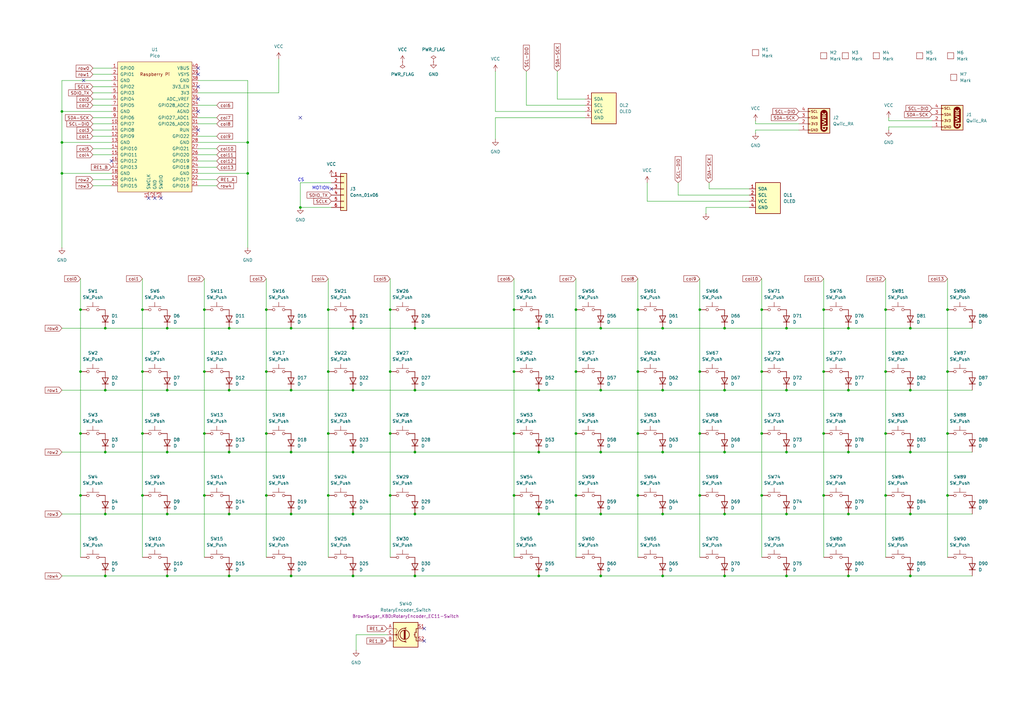
<source format=kicad_sch>
(kicad_sch (version 20250114) (generator "eeschema") (generator_version "9.0")
  (paper "A3")
  (text "MOTION" (at 131.572 77.216 0) (effects (font (size 1.27 1.27))))
  (text "CS" (at 123.444 73.914 0) (effects (font (size 1.27 1.27))))
  (junction (at 347.98 236.22))
  (junction (at 101.6 58.42))
  (junction (at 297.18 236.22))
  (junction (at 33.02 152.4))
  (junction (at 373.38 134.62))
  (junction (at 109.22 152.4))
  (junction (at 347.98 210.82))
  (junction (at 160.02 152.4))
  (junction (at 83.82 177.8))
  (junction (at 297.18 134.62))
  (junction (at 271.78 236.22))
  (junction (at 170.18 185.42))
  (junction (at 58.42 152.4))
  (junction (at 388.62 177.8))
  (junction (at 101.6 71.12))
  (junction (at 144.78 160.02))
  (junction (at 144.78 185.42))
  (junction (at 170.18 236.22))
  (junction (at 123.19 85.09))
  (junction (at 144.78 134.62))
  (junction (at 363.22 152.4))
  (junction (at 134.62 177.8))
  (junction (at 337.82 203.2))
  (junction (at 347.98 134.62))
  (junction (at 109.22 177.8))
  (junction (at 33.02 203.2))
  (junction (at 160.02 177.8))
  (junction (at 363.22 127))
  (junction (at 210.82 152.4))
  (junction (at 210.82 177.8))
  (junction (at 297.18 210.82))
  (junction (at 337.82 177.8))
  (junction (at 119.38 236.22))
  (junction (at 83.82 152.4))
  (junction (at 236.22 203.2))
  (junction (at 68.58 210.82))
  (junction (at 33.02 177.8))
  (junction (at 33.02 127))
  (junction (at 93.98 236.22))
  (junction (at 93.98 210.82))
  (junction (at 109.22 127))
  (junction (at 83.82 203.2))
  (junction (at 43.18 160.02))
  (junction (at 347.98 185.42))
  (junction (at 58.42 177.8))
  (junction (at 347.98 160.02))
  (junction (at 93.98 160.02))
  (junction (at 337.82 127))
  (junction (at 312.42 127))
  (junction (at 134.62 152.4))
  (junction (at 271.78 210.82))
  (junction (at 170.18 160.02))
  (junction (at 119.38 185.42))
  (junction (at 160.02 127))
  (junction (at 43.18 210.82))
  (junction (at 119.38 134.62))
  (junction (at 25.4 71.12))
  (junction (at 312.42 203.2))
  (junction (at 322.58 134.62))
  (junction (at 373.38 210.82))
  (junction (at 373.38 185.42))
  (junction (at 93.98 185.42))
  (junction (at 246.38 160.02))
  (junction (at 134.62 203.2))
  (junction (at 210.82 127))
  (junction (at 261.62 203.2))
  (junction (at 246.38 185.42))
  (junction (at 144.78 210.82))
  (junction (at 109.22 203.2))
  (junction (at 363.22 177.8))
  (junction (at 68.58 160.02))
  (junction (at 261.62 127))
  (junction (at 25.4 45.72))
  (junction (at 271.78 160.02))
  (junction (at 322.58 236.22))
  (junction (at 363.22 203.2))
  (junction (at 373.38 160.02))
  (junction (at 388.62 203.2))
  (junction (at 144.78 236.22))
  (junction (at 388.62 152.4))
  (junction (at 388.62 127))
  (junction (at 210.82 203.2))
  (junction (at 68.58 185.42))
  (junction (at 83.82 127))
  (junction (at 220.98 185.42))
  (junction (at 271.78 185.42))
  (junction (at 58.42 127))
  (junction (at 68.58 134.62))
  (junction (at 312.42 152.4))
  (junction (at 43.18 236.22))
  (junction (at 271.78 134.62))
  (junction (at 220.98 236.22))
  (junction (at 220.98 160.02))
  (junction (at 287.02 127))
  (junction (at 373.38 236.22))
  (junction (at 160.02 203.2))
  (junction (at 287.02 152.4))
  (junction (at 119.38 210.82))
  (junction (at 287.02 177.8))
  (junction (at 170.18 134.62))
  (junction (at 25.4 58.42))
  (junction (at 220.98 210.82))
  (junction (at 220.98 134.62))
  (junction (at 58.42 203.2))
  (junction (at 322.58 210.82))
  (junction (at 43.18 134.62))
  (junction (at 246.38 210.82))
  (junction (at 312.42 177.8))
  (junction (at 261.62 152.4))
  (junction (at 236.22 127))
  (junction (at 119.38 160.02))
  (junction (at 261.62 177.8))
  (junction (at 297.18 185.42))
  (junction (at 43.18 185.42))
  (junction (at 322.58 160.02))
  (junction (at 236.22 152.4))
  (junction (at 68.58 236.22))
  (junction (at 246.38 236.22))
  (junction (at 287.02 203.2))
  (junction (at 322.58 185.42))
  (junction (at 246.38 134.62))
  (junction (at 297.18 160.02))
  (junction (at 170.18 210.82))
  (junction (at 337.82 152.4))
  (junction (at 134.62 127))
  (junction (at 236.22 177.8))
  (junction (at 93.98 134.62))
  (no_connect (at 135.89 77.47))
  (no_connect (at 123.19 48.26))
  (no_connect (at 81.28 27.94))
  (no_connect (at 60.96 81.28))
  (no_connect (at 34.29 33.02))
  (no_connect (at 63.5 81.28))
  (no_connect (at 81.28 35.56))
  (no_connect (at 81.28 30.48))
  (no_connect (at 81.28 53.34))
  (no_connect (at 81.28 45.72))
  (no_connect (at 173.99 257.81))
  (no_connect (at 173.99 262.89))
  (no_connect (at 66.04 81.28))
  (no_connect (at 45.72 66.04))
  (no_connect (at 81.28 40.64))
  (wire (pts (xy 240.03 43.18) (xy 215.9 43.18)))
  (wire (pts (xy 246.38 210.82) (xy 271.78 210.82)))
  (wire (pts (xy 363.22 203.2) (xy 363.22 228.6)))
  (wire (pts (xy 307.34 80.01) (xy 278.13 80.01)))
  (wire (pts (xy 271.78 160.02) (xy 297.18 160.02)))
  (wire (pts (xy 312.42 127) (xy 312.42 152.4)))
  (wire (pts (xy 119.38 236.22) (xy 144.78 236.22)))
  (wire (pts (xy 347.98 134.62) (xy 373.38 134.62)))
  (wire (pts (xy 38.1 60.96) (xy 45.72 60.96)))
  (wire (pts (xy 210.82 152.4) (xy 210.82 177.8)))
  (wire (pts (xy 88.9 73.66) (xy 81.28 73.66)))
  (wire (pts (xy 68.58 160.02) (xy 93.98 160.02)))
  (wire (pts (xy 25.4 71.12) (xy 45.72 71.12)))
  (wire (pts (xy 388.62 127) (xy 388.62 152.4)))
  (wire (pts (xy 119.38 210.82) (xy 144.78 210.82)))
  (wire (pts (xy 160.02 114.3) (xy 160.02 127)))
  (wire (pts (xy 33.02 177.8) (xy 33.02 203.2)))
  (wire (pts (xy 81.28 33.02) (xy 101.6 33.02)))
  (wire (pts (xy 38.1 40.64) (xy 45.72 40.64)))
  (wire (pts (xy 373.38 185.42) (xy 398.78 185.42)))
  (wire (pts (xy 297.18 134.62) (xy 322.58 134.62)))
  (wire (pts (xy 297.18 236.22) (xy 322.58 236.22)))
  (wire (pts (xy 68.58 134.62) (xy 93.98 134.62)))
  (wire (pts (xy 287.02 177.8) (xy 287.02 203.2)))
  (wire (pts (xy 160.02 177.8) (xy 160.02 203.2)))
  (wire (pts (xy 347.98 210.82) (xy 373.38 210.82)))
  (wire (pts (xy 297.18 160.02) (xy 322.58 160.02)))
  (wire (pts (xy 58.42 114.3) (xy 58.42 127)))
  (wire (pts (xy 119.38 160.02) (xy 144.78 160.02)))
  (wire (pts (xy 322.58 236.22) (xy 347.98 236.22)))
  (wire (pts (xy 158.75 260.35) (xy 146.05 260.35)))
  (wire (pts (xy 38.1 76.2) (xy 45.72 76.2)))
  (wire (pts (xy 203.2 29.21) (xy 203.2 45.72)))
  (wire (pts (xy 81.28 66.04) (xy 88.9 66.04)))
  (wire (pts (xy 83.82 177.8) (xy 83.82 203.2)))
  (wire (pts (xy 43.18 210.82) (xy 68.58 210.82)))
  (wire (pts (xy 322.58 185.42) (xy 347.98 185.42)))
  (wire (pts (xy 373.38 210.82) (xy 398.78 210.82)))
  (wire (pts (xy 240.03 48.26) (xy 203.2 48.26)))
  (wire (pts (xy 38.1 30.48) (xy 45.72 30.48)))
  (wire (pts (xy 38.1 53.34) (xy 45.72 53.34)))
  (wire (pts (xy 134.62 177.8) (xy 134.62 203.2)))
  (wire (pts (xy 83.82 203.2) (xy 83.82 228.6)))
  (wire (pts (xy 297.18 210.82) (xy 322.58 210.82)))
  (wire (pts (xy 81.28 68.58) (xy 88.9 68.58)))
  (wire (pts (xy 220.98 210.82) (xy 246.38 210.82)))
  (wire (pts (xy 101.6 71.12) (xy 101.6 101.6)))
  (wire (pts (xy 45.72 33.02) (xy 25.4 33.02)))
  (wire (pts (xy 363.22 177.8) (xy 363.22 203.2)))
  (wire (pts (xy 109.22 152.4) (xy 109.22 177.8)))
  (wire (pts (xy 83.82 114.3) (xy 83.82 127)))
  (wire (pts (xy 363.22 152.4) (xy 363.22 177.8)))
  (wire (pts (xy 287.02 114.3) (xy 287.02 127)))
  (wire (pts (xy 228.6 29.21) (xy 228.6 40.64)))
  (wire (pts (xy 160.02 203.2) (xy 160.02 228.6)))
  (wire (pts (xy 307.34 82.55) (xy 265.43 82.55)))
  (wire (pts (xy 312.42 114.3) (xy 312.42 127)))
  (wire (pts (xy 287.02 203.2) (xy 287.02 228.6)))
  (wire (pts (xy 25.4 58.42) (xy 45.72 58.42)))
  (wire (pts (xy 236.22 152.4) (xy 236.22 177.8)))
  (wire (pts (xy 58.42 152.4) (xy 58.42 177.8)))
  (wire (pts (xy 83.82 152.4) (xy 83.82 177.8)))
  (wire (pts (xy 119.38 185.42) (xy 144.78 185.42)))
  (wire (pts (xy 373.38 236.22) (xy 398.78 236.22)))
  (wire (pts (xy 33.02 114.3) (xy 33.02 127)))
  (wire (pts (xy 322.58 134.62) (xy 347.98 134.62)))
  (wire (pts (xy 81.28 63.5) (xy 88.9 63.5)))
  (wire (pts (xy 337.82 114.3) (xy 337.82 127)))
  (wire (pts (xy 144.78 236.22) (xy 170.18 236.22)))
  (wire (pts (xy 38.1 48.26) (xy 45.72 48.26)))
  (wire (pts (xy 337.82 127) (xy 337.82 152.4)))
  (wire (pts (xy 373.38 134.62) (xy 398.78 134.62)))
  (wire (pts (xy 322.58 160.02) (xy 347.98 160.02)))
  (wire (pts (xy 240.03 40.64) (xy 228.6 40.64)))
  (wire (pts (xy 373.38 160.02) (xy 398.78 160.02)))
  (wire (pts (xy 25.4 45.72) (xy 45.72 45.72)))
  (wire (pts (xy 134.62 203.2) (xy 134.62 228.6)))
  (wire (pts (xy 93.98 210.82) (xy 119.38 210.82)))
  (wire (pts (xy 382.27 52.07) (xy 364.49 52.07)))
  (wire (pts (xy 261.62 152.4) (xy 261.62 177.8)))
  (wire (pts (xy 220.98 185.42) (xy 246.38 185.42)))
  (wire (pts (xy 246.38 160.02) (xy 271.78 160.02)))
  (wire (pts (xy 33.02 152.4) (xy 33.02 177.8)))
  (wire (pts (xy 123.19 85.09) (xy 135.89 85.09)))
  (wire (pts (xy 88.9 55.88) (xy 81.28 55.88)))
  (wire (pts (xy 101.6 33.02) (xy 101.6 58.42)))
  (wire (pts (xy 160.02 152.4) (xy 160.02 177.8)))
  (wire (pts (xy 109.22 114.3) (xy 109.22 127)))
  (wire (pts (xy 146.05 260.35) (xy 146.05 266.7)))
  (wire (pts (xy 364.49 49.53) (xy 364.49 48.26)))
  (wire (pts (xy 81.28 43.18) (xy 88.9 43.18)))
  (wire (pts (xy 312.42 203.2) (xy 312.42 228.6)))
  (wire (pts (xy 337.82 177.8) (xy 337.82 203.2)))
  (wire (pts (xy 261.62 114.3) (xy 261.62 127)))
  (wire (pts (xy 170.18 185.42) (xy 220.98 185.42)))
  (wire (pts (xy 25.4 33.02) (xy 25.4 45.72)))
  (wire (pts (xy 25.4 134.62) (xy 43.18 134.62)))
  (wire (pts (xy 38.1 43.18) (xy 45.72 43.18)))
  (wire (pts (xy 81.28 50.8) (xy 88.9 50.8)))
  (wire (pts (xy 93.98 236.22) (xy 119.38 236.22)))
  (wire (pts (xy 33.02 127) (xy 33.02 152.4)))
  (wire (pts (xy 135.89 74.93) (xy 123.19 74.93)))
  (wire (pts (xy 215.9 29.21) (xy 215.9 43.18)))
  (wire (pts (xy 170.18 134.62) (xy 220.98 134.62)))
  (wire (pts (xy 38.1 38.1) (xy 45.72 38.1)))
  (wire (pts (xy 38.1 35.56) (xy 45.72 35.56)))
  (wire (pts (xy 261.62 177.8) (xy 261.62 203.2)))
  (wire (pts (xy 144.78 134.62) (xy 170.18 134.62)))
  (wire (pts (xy 123.19 74.93) (xy 123.19 85.09)))
  (wire (pts (xy 81.28 71.12) (xy 101.6 71.12)))
  (wire (pts (xy 382.27 49.53) (xy 364.49 49.53)))
  (wire (pts (xy 363.22 127) (xy 363.22 152.4)))
  (wire (pts (xy 347.98 160.02) (xy 373.38 160.02)))
  (wire (pts (xy 38.1 73.66) (xy 45.72 73.66)))
  (wire (pts (xy 388.62 152.4) (xy 388.62 177.8)))
  (wire (pts (xy 25.4 45.72) (xy 25.4 58.42)))
  (wire (pts (xy 271.78 185.42) (xy 297.18 185.42)))
  (wire (pts (xy 68.58 185.42) (xy 93.98 185.42)))
  (wire (pts (xy 170.18 210.82) (xy 220.98 210.82)))
  (wire (pts (xy 236.22 127) (xy 236.22 152.4)))
  (wire (pts (xy 58.42 203.2) (xy 58.42 228.6)))
  (wire (pts (xy 307.34 77.47) (xy 290.83 77.47)))
  (wire (pts (xy 246.38 236.22) (xy 271.78 236.22)))
  (wire (pts (xy 81.28 60.96) (xy 88.9 60.96)))
  (wire (pts (xy 114.3 24.13) (xy 114.3 38.1)))
  (wire (pts (xy 246.38 134.62) (xy 271.78 134.62)))
  (wire (pts (xy 337.82 152.4) (xy 337.82 177.8)))
  (wire (pts (xy 81.28 76.2) (xy 88.9 76.2)))
  (wire (pts (xy 271.78 134.62) (xy 297.18 134.62)))
  (wire (pts (xy 309.88 53.34) (xy 309.88 54.61)))
  (wire (pts (xy 43.18 236.22) (xy 68.58 236.22)))
  (wire (pts (xy 134.62 152.4) (xy 134.62 177.8)))
  (wire (pts (xy 109.22 177.8) (xy 109.22 203.2)))
  (wire (pts (xy 271.78 236.22) (xy 297.18 236.22)))
  (wire (pts (xy 170.18 160.02) (xy 220.98 160.02)))
  (wire (pts (xy 278.13 74.93) (xy 278.13 80.01)))
  (wire (pts (xy 220.98 160.02) (xy 246.38 160.02)))
  (wire (pts (xy 287.02 152.4) (xy 287.02 177.8)))
  (wire (pts (xy 388.62 177.8) (xy 388.62 203.2)))
  (wire (pts (xy 160.02 127) (xy 160.02 152.4)))
  (wire (pts (xy 289.56 87.63) (xy 289.56 85.09)))
  (wire (pts (xy 312.42 177.8) (xy 312.42 203.2)))
  (wire (pts (xy 93.98 185.42) (xy 119.38 185.42)))
  (wire (pts (xy 240.03 45.72) (xy 203.2 45.72)))
  (wire (pts (xy 246.38 185.42) (xy 271.78 185.42)))
  (wire (pts (xy 388.62 203.2) (xy 388.62 228.6)))
  (wire (pts (xy 43.18 160.02) (xy 68.58 160.02)))
  (wire (pts (xy 287.02 127) (xy 287.02 152.4)))
  (wire (pts (xy 265.43 74.93) (xy 265.43 82.55)))
  (wire (pts (xy 388.62 114.3) (xy 388.62 127)))
  (wire (pts (xy 327.66 50.8) (xy 309.88 50.8)))
  (wire (pts (xy 364.49 52.07) (xy 364.49 53.34)))
  (wire (pts (xy 220.98 236.22) (xy 246.38 236.22)))
  (wire (pts (xy 25.4 101.6) (xy 25.4 71.12)))
  (wire (pts (xy 81.28 38.1) (xy 114.3 38.1)))
  (wire (pts (xy 236.22 177.8) (xy 236.22 203.2)))
  (wire (pts (xy 88.9 48.26) (xy 81.28 48.26)))
  (wire (pts (xy 83.82 127) (xy 83.82 152.4)))
  (wire (pts (xy 25.4 58.42) (xy 25.4 71.12)))
  (wire (pts (xy 327.66 53.34) (xy 309.88 53.34)))
  (wire (pts (xy 43.18 185.42) (xy 68.58 185.42)))
  (wire (pts (xy 297.18 185.42) (xy 322.58 185.42)))
  (wire (pts (xy 101.6 58.42) (xy 101.6 71.12)))
  (wire (pts (xy 25.4 210.82) (xy 43.18 210.82)))
  (wire (pts (xy 68.58 210.82) (xy 93.98 210.82)))
  (wire (pts (xy 144.78 185.42) (xy 170.18 185.42)))
  (wire (pts (xy 210.82 203.2) (xy 210.82 228.6)))
  (wire (pts (xy 25.4 160.02) (xy 43.18 160.02)))
  (wire (pts (xy 25.4 236.22) (xy 43.18 236.22)))
  (wire (pts (xy 170.18 236.22) (xy 220.98 236.22)))
  (wire (pts (xy 271.78 210.82) (xy 297.18 210.82)))
  (wire (pts (xy 220.98 134.62) (xy 246.38 134.62)))
  (wire (pts (xy 261.62 203.2) (xy 261.62 228.6)))
  (wire (pts (xy 25.4 185.42) (xy 43.18 185.42)))
  (wire (pts (xy 347.98 236.22) (xy 373.38 236.22)))
  (wire (pts (xy 43.18 134.62) (xy 68.58 134.62)))
  (wire (pts (xy 144.78 160.02) (xy 170.18 160.02)))
  (wire (pts (xy 38.1 55.88) (xy 45.72 55.88)))
  (wire (pts (xy 109.22 127) (xy 109.22 152.4)))
  (wire (pts (xy 363.22 114.3) (xy 363.22 127)))
  (wire (pts (xy 93.98 160.02) (xy 119.38 160.02)))
  (wire (pts (xy 134.62 127) (xy 134.62 152.4)))
  (wire (pts (xy 261.62 127) (xy 261.62 152.4)))
  (wire (pts (xy 109.22 203.2) (xy 109.22 228.6)))
  (wire (pts (xy 38.1 27.94) (xy 45.72 27.94)))
  (wire (pts (xy 38.1 63.5) (xy 45.72 63.5)))
  (wire (pts (xy 33.02 203.2) (xy 33.02 228.6)))
  (wire (pts (xy 68.58 236.22) (xy 93.98 236.22)))
  (wire (pts (xy 309.88 50.8) (xy 309.88 49.53)))
  (wire (pts (xy 322.58 210.82) (xy 347.98 210.82)))
  (wire (pts (xy 81.28 58.42) (xy 101.6 58.42)))
  (wire (pts (xy 203.2 48.26) (xy 203.2 57.15)))
  (wire (pts (xy 144.78 210.82) (xy 170.18 210.82)))
  (wire (pts (xy 134.62 114.3) (xy 134.62 127)))
  (wire (pts (xy 290.83 74.93) (xy 290.83 77.47)))
  (wire (pts (xy 38.1 50.8) (xy 45.72 50.8)))
  (wire (pts (xy 347.98 185.42) (xy 373.38 185.42)))
  (wire (pts (xy 58.42 127) (xy 58.42 152.4)))
  (wire (pts (xy 93.98 134.62) (xy 119.38 134.62)))
  (wire (pts (xy 236.22 114.3) (xy 236.22 127)))
  (wire (pts (xy 289.56 85.09) (xy 307.34 85.09)))
  (wire (pts (xy 337.82 203.2) (xy 337.82 228.6)))
  (wire (pts (xy 210.82 114.3) (xy 210.82 127)))
  (wire (pts (xy 312.42 152.4) (xy 312.42 177.8)))
  (wire (pts (xy 236.22 203.2) (xy 236.22 228.6)))
  (wire (pts (xy 210.82 177.8) (xy 210.82 203.2)))
  (wire (pts (xy 210.82 127) (xy 210.82 152.4)))
  (wire (pts (xy 119.38 134.62) (xy 144.78 134.62)))
  (wire (pts (xy 58.42 177.8) (xy 58.42 203.2)))
  (global_label "col2" (shape input) (at 83.82 114.3 180) (property "Intersheetrefs" "${INTERSHEET_REFS}" (effects (hide yes))))
  (global_label "col8" (shape input) (at 261.62 114.3 180) (property "Intersheetrefs" "${INTERSHEET_REFS}" (effects (hide yes))))
  (global_label "SDA-SCK" (shape input) (at 382.27 46.99 180) (property "Intersheetrefs" "${INTERSHEET_REFS}" (effects (hide yes))))
  (global_label "RE1_A" (shape input) (at 88.9 73.66 0) (property "Intersheetrefs" "${INTERSHEET_REFS}" (effects (hide yes))))
  (global_label "col6" (shape input) (at 210.82 114.3 180) (property "Intersheetrefs" "${INTERSHEET_REFS}" (effects (hide yes))))
  (global_label "SDIO_TX" (shape input) (at 135.89 80.01 180) (property "Intersheetrefs" "${INTERSHEET_REFS}" (effects (hide yes))))
  (global_label "col12" (shape input) (at 88.9 66.04 0) (property "Intersheetrefs" "${INTERSHEET_REFS}" (effects (hide yes))))
  (global_label "col11" (shape input) (at 88.9 63.5 0) (property "Intersheetrefs" "${INTERSHEET_REFS}" (effects (hide yes))))
  (global_label "RE1_A" (shape input) (at 158.75 257.81 180) (property "Intersheetrefs" "${INTERSHEET_REFS}" (effects (hide yes))))
  (global_label "col1" (shape input) (at 58.42 114.3 180) (property "Intersheetrefs" "${INTERSHEET_REFS}" (effects (hide yes))))
  (global_label "SCL-DIO" (shape input) (at 327.66 45.72 180) (property "Intersheetrefs" "${INTERSHEET_REFS}" (effects (hide yes))))
  (global_label "col3" (shape input) (at 109.22 114.3 180) (property "Intersheetrefs" "${INTERSHEET_REFS}" (effects (hide yes))))
  (global_label "SCL-DIO" (shape input) (at 382.27 44.45 180) (property "Intersheetrefs" "${INTERSHEET_REFS}" (effects (hide yes))))
  (global_label "SCL-DIO" (shape input) (at 215.9 29.21 90) (property "Intersheetrefs" "${INTERSHEET_REFS}" (effects (hide yes))))
  (global_label "RE1_B" (shape input) (at 158.75 262.89 180) (property "Intersheetrefs" "${INTERSHEET_REFS}" (effects (hide yes))))
  (global_label "col7" (shape input) (at 236.22 114.3 180) (property "Intersheetrefs" "${INTERSHEET_REFS}" (effects (hide yes))))
  (global_label "row0" (shape input) (at 38.1 27.94 180) (property "Intersheetrefs" "${INTERSHEET_REFS}" (effects (hide yes))))
  (global_label "col5" (shape input) (at 160.02 114.3 180) (property "Intersheetrefs" "${INTERSHEET_REFS}" (effects (hide yes))))
  (global_label "SDIO_TX" (shape input) (at 38.1 38.1 180) (property "Intersheetrefs" "${INTERSHEET_REFS}" (effects (hide yes))))
  (global_label "col8" (shape input) (at 88.9 50.8 0) (property "Intersheetrefs" "${INTERSHEET_REFS}" (effects (hide yes))))
  (global_label "col2" (shape input) (at 38.1 43.18 180) (property "Intersheetrefs" "${INTERSHEET_REFS}" (effects (hide yes))))
  (global_label "SCL-DIO" (shape input) (at 278.13 74.93 90) (property "Intersheetrefs" "${INTERSHEET_REFS}" (effects (hide yes))))
  (global_label "row3" (shape input) (at 38.1 76.2 180) (property "Intersheetrefs" "${INTERSHEET_REFS}" (effects (hide yes))))
  (global_label "SCL-DIO" (shape input) (at 38.1 50.8 180) (property "Intersheetrefs" "${INTERSHEET_REFS}" (effects (hide yes))))
  (global_label "row3" (shape input) (at 25.4 210.82 180) (property "Intersheetrefs" "${INTERSHEET_REFS}" (effects (hide yes))))
  (global_label "SDA-SCK" (shape input) (at 228.6 29.21 90) (property "Intersheetrefs" "${INTERSHEET_REFS}" (effects (hide yes))))
  (global_label "col3" (shape input) (at 38.1 53.34 180) (property "Intersheetrefs" "${INTERSHEET_REFS}" (effects (hide yes))))
  (global_label "col11" (shape input) (at 337.82 114.3 180) (property "Intersheetrefs" "${INTERSHEET_REFS}" (effects (hide yes))))
  (global_label "col1" (shape input) (at 38.1 55.88 180) (property "Intersheetrefs" "${INTERSHEET_REFS}" (effects (hide yes))))
  (global_label "col12" (shape input) (at 363.22 114.3 180) (property "Intersheetrefs" "${INTERSHEET_REFS}" (effects (hide yes))))
  (global_label "row2" (shape input) (at 25.4 185.42 180) (property "Intersheetrefs" "${INTERSHEET_REFS}" (effects (hide yes))))
  (global_label "SDA-SCK" (shape input) (at 290.83 74.93 90) (property "Intersheetrefs" "${INTERSHEET_REFS}" (effects (hide yes))))
  (global_label "row1" (shape input) (at 38.1 30.48 180) (property "Intersheetrefs" "${INTERSHEET_REFS}" (effects (hide yes))))
  (global_label "SCLK" (shape input) (at 135.89 82.55 180) (property "Intersheetrefs" "${INTERSHEET_REFS}" (effects (hide yes))))
  (global_label "col4" (shape input) (at 38.1 63.5 180) (property "Intersheetrefs" "${INTERSHEET_REFS}" (effects (hide yes))))
  (global_label "row0" (shape input) (at 25.4 134.62 180) (property "Intersheetrefs" "${INTERSHEET_REFS}" (effects (hide yes))))
  (global_label "row2" (shape input) (at 38.1 73.66 180) (property "Intersheetrefs" "${INTERSHEET_REFS}" (effects (hide yes))))
  (global_label "col13" (shape input) (at 88.9 68.58 0) (property "Intersheetrefs" "${INTERSHEET_REFS}" (effects (hide yes))))
  (global_label "RE1_B" (shape input) (at 45.72 68.58 180) (property "Intersheetrefs" "${INTERSHEET_REFS}" (effects (hide yes))))
  (global_label "col7" (shape input) (at 88.9 48.26 0) (property "Intersheetrefs" "${INTERSHEET_REFS}" (effects (hide yes))))
  (global_label "col0" (shape input) (at 33.02 114.3 180) (property "Intersheetrefs" "${INTERSHEET_REFS}" (effects (hide yes))))
  (global_label "SCLK" (shape input) (at 38.1 35.56 180) (property "Intersheetrefs" "${INTERSHEET_REFS}" (effects (hide yes))))
  (global_label "col9" (shape input) (at 287.02 114.3 180) (property "Intersheetrefs" "${INTERSHEET_REFS}" (effects (hide yes))))
  (global_label "row4" (shape input) (at 88.9 76.2 0) (property "Intersheetrefs" "${INTERSHEET_REFS}" (effects (hide yes))))
  (global_label "col4" (shape input) (at 134.62 114.3 180) (property "Intersheetrefs" "${INTERSHEET_REFS}" (effects (hide yes))))
  (global_label "col9" (shape input) (at 88.9 55.88 0) (property "Intersheetrefs" "${INTERSHEET_REFS}" (effects (hide yes))))
  (global_label "col5" (shape input) (at 38.1 60.96 180) (property "Intersheetrefs" "${INTERSHEET_REFS}" (effects (hide yes))))
  (global_label "col6" (shape input) (at 88.9 43.18 0) (property "Intersheetrefs" "${INTERSHEET_REFS}" (effects (hide yes))))
  (global_label "col10" (shape input) (at 312.42 114.3 180) (property "Intersheetrefs" "${INTERSHEET_REFS}" (effects (hide yes))))
  (global_label "row1" (shape input) (at 25.4 160.02 180) (property "Intersheetrefs" "${INTERSHEET_REFS}" (effects (hide yes))))
  (global_label "SDA-SCK" (shape input) (at 38.1 48.26 180) (property "Intersheetrefs" "${INTERSHEET_REFS}" (effects (hide yes))))
  (global_label "row4" (shape input) (at 25.4 236.22 180) (property "Intersheetrefs" "${INTERSHEET_REFS}" (effects (hide yes))))
  (global_label "col13" (shape input) (at 388.62 114.3 180) (property "Intersheetrefs" "${INTERSHEET_REFS}" (effects (hide yes))))
  (global_label "col10" (shape input) (at 88.9 60.96 0) (property "Intersheetrefs" "${INTERSHEET_REFS}" (effects (hide yes))))
  (global_label "col0" (shape input) (at 38.1 40.64 180) (property "Intersheetrefs" "${INTERSHEET_REFS}" (effects (hide yes))))
  (global_label "SDA-SCK" (shape input) (at 327.66 48.26 180) (property "Intersheetrefs" "${INTERSHEET_REFS}" (effects (hide yes))))
  (symbol (lib_id "power:GND") (at 309.88 54.61 0) (unit 1)
    (property "Reference" "#PWR013" (effects (hide yes)))
    (property "Value" "GND" (at 309.88 59.69 0))
    (property "Description" "Power symbol creates a global label with name \"GND\" , ground" (effects (hide yes)))
  )
  (symbol (lib_id "Switch:SW_Push") (at 317.5 152.4 0) (mirror y) (unit 1)
    (property "Reference" "SW72" (at 317.5 144.78 0))
    (property "Value" "SW_Push" (at 317.5 147.32 0))
    (property "Footprint" "Rikkodo_FootPrint:rkd_Asm_ChocV1V2_Hotswap_1u" (effects (hide yes)))
    (property "Description" "Push button switch, generic, two pins" (effects (hide yes)))
  )
  (symbol (lib_id "Switch:SW_Push") (at 317.5 203.2 0) (mirror y) (unit 1)
    (property "Reference" "SW74" (at 317.5 195.58 0))
    (property "Value" "SW_Push" (at 317.5 198.12 0))
    (property "Footprint" "Rikkodo_FootPrint:rkd_Asm_ChocV1V2_Hotswap_1u" (effects (hide yes)))
    (property "Description" "Push button switch, generic, two pins" (effects (hide yes)))
  )
  (symbol (lib_id "Switch:SW_Push") (at 215.9 203.2 0) (mirror y) (unit 1)
    (property "Reference" "SW54" (at 215.9 195.58 0))
    (property "Value" "SW_Push" (at 215.9 198.12 0))
    (property "Footprint" "Rikkodo_FootPrint:rkd_Asm_ChocV1V2_Hotswap_1u" (effects (hide yes)))
    (property "Description" "Push button switch, generic, two pins" (effects (hide yes)))
  )
  (symbol (lib_id "Device:D") (at 119.38 207.01 90) (unit 1)
    (property "Reference" "D19" (at 121.92 205.7399 90) (effects (justify right)))
    (property "Value" "D" (at 121.92 208.2799 90) (effects (justify right)))
    (property "Footprint" "kbd_Parts:Diode_SMD" (effects (hide yes)))
    (property "Description" "Diode" (effects (hide yes)))
    (property "Sim.Device" "D" (effects (hide yes)))
    (property "Sim.Pins" "1=K 2=A" (effects (hide yes)))
  )
  (symbol (lib_id "Switch:SW_Push") (at 292.1 177.8 0) (mirror y) (unit 1)
    (property "Reference" "SW68" (at 292.1 170.18 0))
    (property "Value" "SW_Push" (at 292.1 172.72 0))
    (property "Footprint" "Rikkodo_FootPrint:rkd_Asm_ChocV1V2_Hotswap_1u" (effects (hide yes)))
    (property "Description" "Push button switch, generic, two pins" (effects (hide yes)))
  )
  (symbol (lib_id "Device:D") (at 271.78 181.61 90) (unit 1)
    (property "Reference" "D63" (at 274.32 180.3399 90) (effects (justify right)))
    (property "Value" "D" (at 274.32 182.8799 90) (effects (justify right)))
    (property "Footprint" "kbd_Parts:Diode_SMD" (effects (hide yes)))
    (property "Description" "Diode" (effects (hide yes)))
    (property "Sim.Device" "D" (effects (hide yes)))
    (property "Sim.Pins" "1=K 2=A" (effects (hide yes)))
  )
  (symbol (lib_id "Device:D") (at 43.18 181.61 90) (unit 1)
    (property "Reference" "D3" (at 45.72 180.3399 90) (effects (justify right)))
    (property "Value" "D" (at 45.72 182.8799 90) (effects (justify right)))
    (property "Footprint" "kbd_Parts:Diode_SMD" (effects (hide yes)))
    (property "Description" "Diode" (effects (hide yes)))
    (property "Sim.Device" "D" (effects (hide yes)))
    (property "Sim.Pins" "1=K 2=A" (effects (hide yes)))
  )
  (symbol (lib_id "Device:D") (at 119.38 156.21 90) (unit 1)
    (property "Reference" "D17" (at 121.92 154.9399 90) (effects (justify right)))
    (property "Value" "D" (at 121.92 157.4799 90) (effects (justify right)))
    (property "Footprint" "kbd_Parts:Diode_SMD" (effects (hide yes)))
    (property "Description" "Diode" (effects (hide yes)))
    (property "Sim.Device" "D" (effects (hide yes)))
    (property "Sim.Pins" "1=K 2=A" (effects (hide yes)))
  )
  (symbol (lib_id "Switch:SW_Push") (at 165.1 152.4 0) (mirror y) (unit 1)
    (property "Reference" "SW27" (at 165.1 144.78 0))
    (property "Value" "SW_Push" (at 165.1 147.32 0))
    (property "Footprint" "Rikkodo_FootPrint:rkd_Asm_ChocV1V2_Hotswap_1u" (effects (hide yes)))
    (property "Description" "Push button switch, generic, two pins" (effects (hide yes)))
  )
  (symbol (lib_id "power:GND") (at 123.19 85.09 0) (unit 1)
    (property "Reference" "#PWR15" (effects (hide yes)))
    (property "Value" "GND" (at 123.19 90.17 0))
    (property "Description" "Power symbol creates a global label with name \"GND\" , ground" (effects (hide yes)))
  )
  (symbol (lib_id "Switch:SW_Push") (at 38.1 228.6 0) (mirror y) (unit 1)
    (property "Reference" "SW5" (at 38.1 220.98 0))
    (property "Value" "SW_Push" (at 38.1 223.52 0))
    (property "Footprint" "Rikkodo_FootPrint:rkd_Asm_ChocV1V2_Hotswap_1u" (effects (hide yes)))
    (property "Description" "Push button switch, generic, two pins" (effects (hide yes)))
  )
  (symbol (lib_id "Switch:SW_Push") (at 342.9 228.6 0) (mirror y) (unit 1)
    (property "Reference" "SW80" (at 342.9 220.98 0))
    (property "Value" "SW_Push" (at 342.9 223.52 0))
    (property "Footprint" "Rikkodo_FootPrint:rkd_Asm_ChocV1V2_Hotswap_1u" (effects (hide yes)))
    (property "Description" "Push button switch, generic, two pins" (effects (hide yes)))
  )
  (symbol (lib_id "Device:D") (at 347.98 232.41 90) (unit 1)
    (property "Reference" "D80" (at 350.52 231.1399 90) (effects (justify right)))
    (property "Value" "D" (at 350.52 233.6799 90) (effects (justify right)))
    (property "Footprint" "kbd_Parts:Diode_SMD" (effects (hide yes)))
    (property "Description" "Diode" (effects (hide yes)))
    (property "Sim.Device" "D" (effects (hide yes)))
    (property "Sim.Pins" "1=K 2=A" (effects (hide yes)))
  )
  (symbol (lib_id "Switch:SW_Push") (at 114.3 177.8 0) (mirror y) (unit 1)
    (property "Reference" "SW18" (at 114.3 170.18 0))
    (property "Value" "SW_Push" (at 114.3 172.72 0))
    (property "Footprint" "Rikkodo_FootPrint:rkd_Asm_ChocV1V2_Hotswap_1u" (effects (hide yes)))
    (property "Description" "Push button switch, generic, two pins" (effects (hide yes)))
  )
  (symbol (lib_id "power:VCC") (at 114.3 24.13 0) (unit 1)
    (property "Reference" "#PWR03" (effects (hide yes)))
    (property "Value" "VCC" (at 114.3 19.05 0))
    (property "Description" "Power symbol creates a global label with name \"VCC\"" (effects (hide yes)))
  )
  (symbol (lib_id "Device:D") (at 144.78 207.01 90) (unit 1)
    (property "Reference" "D24" (at 147.32 205.7399 90) (effects (justify right)))
    (property "Value" "D" (at 147.32 208.2799 90) (effects (justify right)))
    (property "Footprint" "kbd_Parts:Diode_SMD" (effects (hide yes)))
    (property "Description" "Diode" (effects (hide yes)))
    (property "Sim.Device" "D" (effects (hide yes)))
    (property "Sim.Pins" "1=K 2=A" (effects (hide yes)))
  )
  (symbol (lib_id "Device:D") (at 271.78 232.41 90) (unit 1)
    (property "Reference" "D65" (at 274.32 231.1399 90) (effects (justify right)))
    (property "Value" "D" (at 274.32 233.6799 90) (effects (justify right)))
    (property "Footprint" "kbd_Parts:Diode_SMD" (effects (hide yes)))
    (property "Description" "Diode" (effects (hide yes)))
    (property "Sim.Device" "D" (effects (hide yes)))
    (property "Sim.Pins" "1=K 2=A" (effects (hide yes)))
  )
  (symbol (lib_id "Device:D") (at 170.18 156.21 90) (unit 1)
    (property "Reference" "D27" (at 172.72 154.9399 90) (effects (justify right)))
    (property "Value" "D" (at 172.72 157.4799 90) (effects (justify right)))
    (property "Footprint" "kbd_Parts:Diode_SMD" (effects (hide yes)))
    (property "Description" "Diode" (effects (hide yes)))
    (property "Sim.Device" "D" (effects (hide yes)))
    (property "Sim.Pins" "1=K 2=A" (effects (hide yes)))
  )
  (symbol (lib_id "Switch:SW_Push") (at 63.5 152.4 0) (mirror y) (unit 1)
    (property "Reference" "SW7" (at 63.5 144.78 0))
    (property "Value" "SW_Push" (at 63.5 147.32 0))
    (property "Footprint" "Rikkodo_FootPrint:rkd_Asm_ChocV1V2_Hotswap_1u" (effects (hide yes)))
    (property "Description" "Push button switch, generic, two pins" (effects (hide yes)))
  )
  (symbol (lib_id "Switch:SW_Push") (at 114.3 152.4 0) (mirror y) (unit 1)
    (property "Reference" "SW17" (at 114.3 144.78 0))
    (property "Value" "SW_Push" (at 114.3 147.32 0))
    (property "Footprint" "Rikkodo_FootPrint:rkd_Asm_ChocV1V2_Hotswap_1u" (effects (hide yes)))
    (property "Description" "Push button switch, generic, two pins" (effects (hide yes)))
  )
  (symbol (lib_id "Switch:SW_Push") (at 393.7 127 0) (mirror y) (unit 1)
    (property "Reference" "SW86" (at 393.7 119.38 0))
    (property "Value" "SW_Push" (at 393.7 121.92 0))
    (property "Footprint" "Rikkodo_FootPrint:rkd_Asm_ChocV2_Hotswap_2uW" (effects (hide yes)))
    (property "Description" "Push button switch, generic, two pins" (effects (hide yes)))
  )
  (symbol (lib_id "BrownSugar_KBD:Mark") (at 359.41 22.86 0) (unit 1)
    (property "Reference" "M4" (at 361.95 21.5899 0) (effects (justify left)))
    (property "Value" "Mark" (at 361.95 24.1299 0) (effects (justify left)))
    (property "Footprint" "kbd_Hole:m2_Spacer_Hole_hex" (effects (hide yes)))
  )
  (symbol (lib_id "Switch:SW_Push") (at 215.9 177.8 0) (mirror y) (unit 1)
    (property "Reference" "SW53" (at 215.9 170.18 0))
    (property "Value" "SW_Push" (at 215.9 172.72 0))
    (property "Footprint" "Rikkodo_FootPrint:rkd_Asm_ChocV1V2_Hotswap_1u" (effects (hide yes)))
    (property "Description" "Push button switch, generic, two pins" (effects (hide yes)))
  )
  (symbol (lib_id "Device:D") (at 220.98 232.41 90) (unit 1)
    (property "Reference" "D55" (at 223.52 231.1399 90) (effects (justify right)))
    (property "Value" "D" (at 223.52 233.6799 90) (effects (justify right)))
    (property "Footprint" "kbd_Parts:Diode_SMD" (effects (hide yes)))
    (property "Description" "Diode" (effects (hide yes)))
    (property "Sim.Device" "D" (effects (hide yes)))
    (property "Sim.Pins" "1=K 2=A" (effects (hide yes)))
  )
  (symbol (lib_id "Switch:SW_Push") (at 165.1 177.8 0) (mirror y) (unit 1)
    (property "Reference" "SW28" (at 165.1 170.18 0))
    (property "Value" "SW_Push" (at 165.1 172.72 0))
    (property "Footprint" "Rikkodo_FootPrint:rkd_Asm_ChocV1V2_Hotswap_1u" (effects (hide yes)))
    (property "Description" "Push button switch, generic, two pins" (effects (hide yes)))
  )
  (symbol (lib_id "Switch:SW_Push") (at 63.5 228.6 0) (mirror y) (unit 1)
    (property "Reference" "SW10" (at 63.5 220.98 0))
    (property "Value" "SW_Push" (at 63.5 223.52 0))
    (property "Footprint" "Rikkodo_FootPrint:rkd_Asm_ChocV1V2_Hotswap_1u" (effects (hide yes)))
    (property "Description" "Push button switch, generic, two pins" (effects (hide yes)))
  )
  (symbol (lib_id "BrownSugar_KBD:OLED") (at 247.65 44.45 0) (unit 1)
    (property "Reference" "OL2" (at 254 43.1799 0) (effects (justify left)))
    (property "Value" "OLED" (at 254 45.7199 0) (effects (justify left)))
    (property "Footprint" "BrownSugar_KBD:OLED_center_display" (effects (hide yes)))
  )
  (symbol (lib_id "Switch:SW_Push") (at 114.3 127 0) (mirror y) (unit 1)
    (property "Reference" "SW16" (at 114.3 119.38 0))
    (property "Value" "SW_Push" (at 114.3 121.92 0))
    (property "Footprint" "Rikkodo_FootPrint:rkd_Asm_ChocV1V2_Hotswap_1u" (effects (hide yes)))
    (property "Description" "Push button switch, generic, two pins" (effects (hide yes)))
  )
  (symbol (lib_id "Switch:SW_Push") (at 139.7 177.8 0) (mirror y) (unit 1)
    (property "Reference" "SW23" (at 139.7 170.18 0))
    (property "Value" "SW_Push" (at 139.7 172.72 0))
    (property "Footprint" "Rikkodo_FootPrint:rkd_Asm_ChocV1V2_Hotswap_1u" (effects (hide yes)))
    (property "Description" "Push button switch, generic, two pins" (effects (hide yes)))
  )
  (symbol (lib_id "Device:D") (at 119.38 232.41 90) (unit 1)
    (property "Reference" "D20" (at 121.92 231.1399 90) (effects (justify right)))
    (property "Value" "D" (at 121.92 233.6799 90) (effects (justify right)))
    (property "Footprint" "kbd_Parts:Diode_SMD" (effects (hide yes)))
    (property "Description" "Diode" (effects (hide yes)))
    (property "Sim.Device" "D" (effects (hide yes)))
    (property "Sim.Pins" "1=K 2=A" (effects (hide yes)))
  )
  (symbol (lib_id "Device:D") (at 322.58 232.41 90) (unit 1)
    (property "Reference" "D75" (at 325.12 231.1399 90) (effects (justify right)))
    (property "Value" "D" (at 325.12 233.6799 90) (effects (justify right)))
    (property "Footprint" "kbd_Parts:Diode_SMD" (effects (hide yes)))
    (property "Description" "Diode" (effects (hide yes)))
    (property "Sim.Device" "D" (effects (hide yes)))
    (property "Sim.Pins" "1=K 2=A" (effects (hide yes)))
  )
  (symbol (lib_id "Device:D") (at 68.58 156.21 90) (unit 1)
    (property "Reference" "D7" (at 71.12 154.9399 90) (effects (justify right)))
    (property "Value" "D" (at 71.12 157.4799 90) (effects (justify right)))
    (property "Footprint" "kbd_Parts:Diode_SMD" (effects (hide yes)))
    (property "Description" "Diode" (effects (hide yes)))
    (property "Sim.Device" "D" (effects (hide yes)))
    (property "Sim.Pins" "1=K 2=A" (effects (hide yes)))
  )
  (symbol (lib_id "Switch:SW_Push") (at 139.7 152.4 0) (mirror y) (unit 1)
    (property "Reference" "SW22" (at 139.7 144.78 0))
    (property "Value" "SW_Push" (at 139.7 147.32 0))
    (property "Footprint" "Rikkodo_FootPrint:rkd_Asm_ChocV1V2_Hotswap_1u" (effects (hide yes)))
    (property "Description" "Push button switch, generic, two pins" (effects (hide yes)))
  )
  (symbol (lib_id "Switch:SW_Push") (at 165.1 228.6 0) (mirror y) (unit 1)
    (property "Reference" "SW30" (at 165.1 220.98 0))
    (property "Value" "SW_Push" (at 165.1 223.52 0))
    (property "Footprint" "Rikkodo_FootPrint:rkd_Asm_ChocV1V2_Hotswap_1u" (effects (hide yes)))
    (property "Description" "Push button switch, generic, two pins" (effects (hide yes)))
  )
  (symbol (lib_id "Device:D") (at 144.78 156.21 90) (unit 1)
    (property "Reference" "D22" (at 147.32 154.9399 90) (effects (justify right)))
    (property "Value" "D" (at 147.32 157.4799 90) (effects (justify right)))
    (property "Footprint" "kbd_Parts:Diode_SMD" (effects (hide yes)))
    (property "Description" "Diode" (effects (hide yes)))
    (property "Sim.Device" "D" (effects (hide yes)))
    (property "Sim.Pins" "1=K 2=A" (effects (hide yes)))
  )
  (symbol (lib_id "Switch:SW_Push") (at 139.7 203.2 0) (mirror y) (unit 1)
    (property "Reference" "SW24" (at 139.7 195.58 0))
    (property "Value" "SW_Push" (at 139.7 198.12 0))
    (property "Footprint" "Rikkodo_FootPrint:rkd_Asm_ChocV1V2_Hotswap_1u" (effects (hide yes)))
    (property "Description" "Push button switch, generic, two pins" (effects (hide yes)))
  )
  (symbol (lib_id "Switch:SW_Push") (at 88.9 127 0) (mirror y) (unit 1)
    (property "Reference" "SW11" (at 88.9 119.38 0))
    (property "Value" "SW_Push" (at 88.9 121.92 0))
    (property "Footprint" "Rikkodo_FootPrint:rkd_Asm_ChocV1V2_Hotswap_1u" (effects (hide yes)))
    (property "Description" "Push button switch, generic, two pins" (effects (hide yes)))
  )
  (symbol (lib_id "Device:D") (at 93.98 207.01 90) (unit 1)
    (property "Reference" "D14" (at 96.52 205.7399 90) (effects (justify right)))
    (property "Value" "D" (at 96.52 208.2799 90) (effects (justify right)))
    (property "Footprint" "kbd_Parts:Diode_SMD" (effects (hide yes)))
    (property "Description" "Diode" (effects (hide yes)))
    (property "Sim.Device" "D" (effects (hide yes)))
    (property "Sim.Pins" "1=K 2=A" (effects (hide yes)))
  )
  (symbol (lib_id "Switch:SW_Push") (at 241.3 228.6 0) (mirror y) (unit 1)
    (property "Reference" "SW60" (at 241.3 220.98 0))
    (property "Value" "SW_Push" (at 241.3 223.52 0))
    (property "Footprint" "Rikkodo_FootPrint:rkd_Asm_ChocV1V2_Hotswap_1u" (effects (hide yes)))
    (property "Description" "Push button switch, generic, two pins" (effects (hide yes)))
  )
  (symbol (lib_id "BrownSugar_KBD:Mark") (at 377.19 22.86 0) (unit 1)
    (property "Reference" "M5" (at 379.73 21.5899 0) (effects (justify left)))
    (property "Value" "Mark" (at 379.73 24.1299 0) (effects (justify left)))
    (property "Footprint" "kbd_Hole:m2_Spacer_Hole_hex" (effects (hide yes)))
  )
  (symbol (lib_id "power:VCC") (at 135.89 72.39 0) (unit 1)
    (property "Reference" "#PWR16" (effects (hide yes)))
    (property "Value" "VCC" (at 135.89 67.31 0))
    (property "Description" "Power symbol creates a global label with name \"VCC\"" (effects (hide yes)))
  )
  (symbol (lib_id "Switch:SW_Push") (at 342.9 127 0) (mirror y) (unit 1)
    (property "Reference" "SW76" (at 342.9 119.38 0))
    (property "Value" "SW_Push" (at 342.9 121.92 0))
    (property "Footprint" "Rikkodo_FootPrint:rkd_Asm_ChocV1V2_Hotswap_1u" (effects (hide yes)))
    (property "Description" "Push button switch, generic, two pins" (effects (hide yes)))
  )
  (symbol (lib_id "Switch:SW_Push") (at 88.9 152.4 0) (mirror y) (unit 1)
    (property "Reference" "SW12" (at 88.9 144.78 0))
    (property "Value" "SW_Push" (at 88.9 147.32 0))
    (property "Footprint" "Rikkodo_FootPrint:rkd_Asm_ChocV1V2_Hotswap_1u" (effects (hide yes)))
    (property "Description" "Push button switch, generic, two pins" (effects (hide yes)))
  )
  (symbol (lib_id "Device:D") (at 93.98 130.81 90) (unit 1)
    (property "Reference" "D11" (at 96.52 129.5399 90) (effects (justify right)))
    (property "Value" "D" (at 96.52 132.0799 90) (effects (justify right)))
    (property "Footprint" "kbd_Parts:Diode_SMD" (effects (hide yes)))
    (property "Description" "Diode" (effects (hide yes)))
    (property "Sim.Device" "D" (effects (hide yes)))
    (property "Sim.Pins" "1=K 2=A" (effects (hide yes)))
  )
  (symbol (lib_id "SparkFun-Connector:Qwiic_Right_Angle") (at 332.74 48.26 0) (unit 1)
    (property "Reference" "J2" (at 341.63 48.2599 0) (effects (justify left)))
    (property "Value" "Qwiic_RA" (at 341.63 50.7999 0) (effects (justify left)))
    (property "Footprint" "SparkFun-Connector:JST_SMD_1.0mm-4_Black" (effects (hide yes)))
    (property "Datasheet" "https://www.jst-mfg.com/product/pdf/eng/eSH.pdf" (effects (hide yes)))
    (property "Description" "4 pin JST 1mm polarized connector for I2C" (effects (hide yes)))
    (property "PROD_ID" "CONN-13694" (effects (hide yes)))
  )
  (symbol (lib_id "Switch:SW_Push") (at 38.1 152.4 0) (mirror y) (unit 1)
    (property "Reference" "SW2" (at 38.1 144.78 0))
    (property "Value" "SW_Push" (at 38.1 147.32 0))
    (property "Footprint" "Rikkodo_FootPrint:rkd_Asm_ChocV1V2_Hotswap_1u" (effects (hide yes)))
    (property "Description" "Push button switch, generic, two pins" (effects (hide yes)))
  )
  (symbol (lib_id "Device:D") (at 271.78 130.81 90) (unit 1)
    (property "Reference" "D61" (at 274.32 129.5399 90) (effects (justify right)))
    (property "Value" "D" (at 274.32 132.0799 90) (effects (justify right)))
    (property "Footprint" "kbd_Parts:Diode_SMD" (effects (hide yes)))
    (property "Description" "Diode" (effects (hide yes)))
    (property "Sim.Device" "D" (effects (hide yes)))
    (property "Sim.Pins" "1=K 2=A" (effects (hide yes)))
  )
  (symbol (lib_id "Switch:SW_Push") (at 241.3 203.2 0) (mirror y) (unit 1)
    (property "Reference" "SW59" (at 241.3 195.58 0))
    (property "Value" "SW_Push" (at 241.3 198.12 0))
    (property "Footprint" "Rikkodo_FootPrint:rkd_Asm_ChocV1V2_Hotswap_1u" (effects (hide yes)))
    (property "Description" "Push button switch, generic, two pins" (effects (hide yes)))
  )
  (symbol (lib_id "Switch:SW_Push") (at 317.5 177.8 0) (mirror y) (unit 1)
    (property "Reference" "SW73" (at 317.5 170.18 0))
    (property "Value" "SW_Push" (at 317.5 172.72 0))
    (property "Footprint" "Rikkodo_FootPrint:rkd_Asm_ChocV1V2_Hotswap_1u" (effects (hide yes)))
    (property "Description" "Push button switch, generic, two pins" (effects (hide yes)))
  )
  (symbol (lib_id "Device:D") (at 43.18 232.41 90) (unit 1)
    (property "Reference" "D5" (at 45.72 231.1399 90) (effects (justify right)))
    (property "Value" "D" (at 45.72 233.6799 90) (effects (justify right)))
    (property "Footprint" "kbd_Parts:Diode_SMD" (effects (hide yes)))
    (property "Description" "Diode" (effects (hide yes)))
    (property "Sim.Device" "D" (effects (hide yes)))
    (property "Sim.Pins" "1=K 2=A" (effects (hide yes)))
  )
  (symbol (lib_id "Device:D") (at 246.38 130.81 90) (unit 1)
    (property "Reference" "D56" (at 248.92 129.5399 90) (effects (justify right)))
    (property "Value" "D" (at 248.92 132.0799 90) (effects (justify right)))
    (property "Footprint" "kbd_Parts:Diode_SMD" (effects (hide yes)))
    (property "Description" "Diode" (effects (hide yes)))
    (property "Sim.Device" "D" (effects (hide yes)))
    (property "Sim.Pins" "1=K 2=A" (effects (hide yes)))
  )
  (symbol (lib_id "power:VCC") (at 165.1 25.4 0) (unit 1)
    (property "Reference" "#PWR04" (effects (hide yes)))
    (property "Value" "VCC" (at 165.1 20.32 0))
    (property "Description" "Power symbol creates a global label with name \"VCC\"" (effects (hide yes)))
  )
  (symbol (lib_id "Device:D") (at 220.98 156.21 90) (unit 1)
    (property "Reference" "D52" (at 223.52 154.9399 90) (effects (justify right)))
    (property "Value" "D" (at 223.52 157.4799 90) (effects (justify right)))
    (property "Footprint" "kbd_Parts:Diode_SMD" (effects (hide yes)))
    (property "Description" "Diode" (effects (hide yes)))
    (property "Sim.Device" "D" (effects (hide yes)))
    (property "Sim.Pins" "1=K 2=A" (effects (hide yes)))
  )
  (symbol (lib_id "Device:D") (at 373.38 156.21 90) (unit 1)
    (property "Reference" "D82" (at 375.92 154.9399 90) (effects (justify right)))
    (property "Value" "D" (at 375.92 157.4799 90) (effects (justify right)))
    (property "Footprint" "kbd_Parts:Diode_SMD" (effects (hide yes)))
    (property "Description" "Diode" (effects (hide yes)))
    (property "Sim.Device" "D" (effects (hide yes)))
    (property "Sim.Pins" "1=K 2=A" (effects (hide yes)))
  )
  (symbol (lib_id "Switch:SW_Push") (at 368.3 127 0) (mirror y) (unit 1)
    (property "Reference" "SW81" (at 368.3 119.38 0))
    (property "Value" "SW_Push" (at 368.3 121.92 0))
    (property "Footprint" "Rikkodo_FootPrint:rkd_Asm_ChocV1V2_Hotswap_1u" (effects (hide yes)))
    (property "Description" "Push button switch, generic, two pins" (effects (hide yes)))
  )
  (symbol (lib_id "Device:D") (at 246.38 156.21 90) (unit 1)
    (property "Reference" "D57" (at 248.92 154.9399 90) (effects (justify right)))
    (property "Value" "D" (at 248.92 157.4799 90) (effects (justify right)))
    (property "Footprint" "kbd_Parts:Diode_SMD" (effects (hide yes)))
    (property "Description" "Diode" (effects (hide yes)))
    (property "Sim.Device" "D" (effects (hide yes)))
    (property "Sim.Pins" "1=K 2=A" (effects (hide yes)))
  )
  (symbol (lib_id "power:GND") (at 25.4 101.6 0) (unit 1)
    (property "Reference" "#PWR01" (effects (hide yes)))
    (property "Value" "GND" (at 25.4 106.68 0))
    (property "Description" "Power symbol creates a global label with name \"GND\" , ground" (effects (hide yes)))
  )
  (symbol (lib_id "Device:D") (at 322.58 207.01 90) (unit 1)
    (property "Reference" "D74" (at 325.12 205.7399 90) (effects (justify right)))
    (property "Value" "D" (at 325.12 208.2799 90) (effects (justify right)))
    (property "Footprint" "kbd_Parts:Diode_SMD" (effects (hide yes)))
    (property "Description" "Diode" (effects (hide yes)))
    (property "Sim.Device" "D" (effects (hide yes)))
    (property "Sim.Pins" "1=K 2=A" (effects (hide yes)))
  )
  (symbol (lib_id "Device:D") (at 347.98 130.81 90) (unit 1)
    (property "Reference" "D76" (at 350.52 129.5399 90) (effects (justify right)))
    (property "Value" "D" (at 350.52 132.0799 90) (effects (justify right)))
    (property "Footprint" "kbd_Parts:Diode_SMD" (effects (hide yes)))
    (property "Description" "Diode" (effects (hide yes)))
    (property "Sim.Device" "D" (effects (hide yes)))
    (property "Sim.Pins" "1=K 2=A" (effects (hide yes)))
  )
  (symbol (lib_id "Device:D") (at 246.38 207.01 90) (unit 1)
    (property "Reference" "D59" (at 248.92 205.7399 90) (effects (justify right)))
    (property "Value" "D" (at 248.92 208.2799 90) (effects (justify right)))
    (property "Footprint" "kbd_Parts:Diode_SMD" (effects (hide yes)))
    (property "Description" "Diode" (effects (hide yes)))
    (property "Sim.Device" "D" (effects (hide yes)))
    (property "Sim.Pins" "1=K 2=A" (effects (hide yes)))
  )
  (symbol (lib_id "Device:D") (at 68.58 130.81 90) (unit 1)
    (property "Reference" "D6" (at 71.12 129.5399 90) (effects (justify right)))
    (property "Value" "D" (at 71.12 132.0799 90) (effects (justify right)))
    (property "Footprint" "kbd_Parts:Diode_SMD" (effects (hide yes)))
    (property "Description" "Diode" (effects (hide yes)))
    (property "Sim.Device" "D" (effects (hide yes)))
    (property "Sim.Pins" "1=K 2=A" (effects (hide yes)))
  )
  (symbol (lib_id "Device:D") (at 170.18 232.41 90) (unit 1)
    (property "Reference" "D30" (at 172.72 231.1399 90) (effects (justify right)))
    (property "Value" "D" (at 172.72 233.6799 90) (effects (justify right)))
    (property "Footprint" "kbd_Parts:Diode_SMD" (effects (hide yes)))
    (property "Description" "Diode" (effects (hide yes)))
    (property "Sim.Device" "D" (effects (hide yes)))
    (property "Sim.Pins" "1=K 2=A" (effects (hide yes)))
  )
  (symbol (lib_id "Switch:SW_Push") (at 165.1 127 0) (mirror y) (unit 1)
    (property "Reference" "SW26" (at 165.1 119.38 0))
    (property "Value" "SW_Push" (at 165.1 121.92 0))
    (property "Footprint" "Rikkodo_FootPrint:rkd_Asm_ChocV1V2_Hotswap_1u" (effects (hide yes)))
    (property "Description" "Push button switch, generic, two pins" (effects (hide yes)))
  )
  (symbol (lib_id "Switch:SW_Push") (at 165.1 203.2 0) (mirror y) (unit 1)
    (property "Reference" "SW29" (at 165.1 195.58 0))
    (property "Value" "SW_Push" (at 165.1 198.12 0))
    (property "Footprint" "Rikkodo_FootPrint:rkd_Asm_ChocV1V2_Hotswap_1u" (effects (hide yes)))
    (property "Description" "Push button switch, generic, two pins" (effects (hide yes)))
  )
  (symbol (lib_id "Switch:SW_Push") (at 368.3 203.2 0) (mirror y) (unit 1)
    (property "Reference" "SW84" (at 368.3 195.58 0))
    (property "Value" "SW_Push" (at 368.3 198.12 0))
    (property "Footprint" "Rikkodo_FootPrint:rkd_Asm_ChocV1V2_Hotswap_1u" (effects (hide yes)))
    (property "Description" "Push button switch, generic, two pins" (effects (hide yes)))
  )
  (symbol (lib_id "Device:D") (at 246.38 232.41 90) (unit 1)
    (property "Reference" "D60" (at 248.92 231.1399 90) (effects (justify right)))
    (property "Value" "D" (at 248.92 233.6799 90) (effects (justify right)))
    (property "Footprint" "kbd_Parts:Diode_SMD" (effects (hide yes)))
    (property "Description" "Diode" (effects (hide yes)))
    (property "Sim.Device" "D" (effects (hide yes)))
    (property "Sim.Pins" "1=K 2=A" (effects (hide yes)))
  )
  (symbol (lib_id "Switch:SW_Push") (at 368.3 177.8 0) (mirror y) (unit 1)
    (property "Reference" "SW83" (at 368.3 170.18 0))
    (property "Value" "SW_Push" (at 368.3 172.72 0))
    (property "Footprint" "Rikkodo_FootPrint:rkd_Asm_ChocV2_Hotswap_2uW" (effects (hide yes)))
    (property "Description" "Push button switch, generic, two pins" (effects (hide yes)))
  )
  (symbol (lib_id "Device:D") (at 119.38 181.61 90) (unit 1)
    (property "Reference" "D18" (at 121.92 180.3399 90) (effects (justify right)))
    (property "Value" "D" (at 121.92 182.8799 90) (effects (justify right)))
    (property "Footprint" "kbd_Parts:Diode_SMD" (effects (hide yes)))
    (property "Description" "Diode" (effects (hide yes)))
    (property "Sim.Device" "D" (effects (hide yes)))
    (property "Sim.Pins" "1=K 2=A" (effects (hide yes)))
  )
  (symbol (lib_id "Switch:SW_Push") (at 292.1 152.4 0) (mirror y) (unit 1)
    (property "Reference" "SW67" (at 292.1 144.78 0))
    (property "Value" "SW_Push" (at 292.1 147.32 0))
    (property "Footprint" "Rikkodo_FootPrint:rkd_Asm_ChocV1V2_Hotswap_1u" (effects (hide yes)))
    (property "Description" "Push button switch, generic, two pins" (effects (hide yes)))
  )
  (symbol (lib_id "BrownSugar_KBD:Mark") (at 346.71 22.86 0) (unit 1)
    (property "Reference" "M3" (at 349.25 21.5899 0) (effects (justify left)))
    (property "Value" "Mark" (at 349.25 24.1299 0) (effects (justify left)))
    (property "Footprint" "kbd_Hole:m2_Spacer_Hole_hex" (effects (hide yes)))
  )
  (symbol (lib_id "Switch:SW_Push") (at 317.5 127 0) (mirror y) (unit 1)
    (property "Reference" "SW71" (at 317.5 119.38 0))
    (property "Value" "SW_Push" (at 317.5 121.92 0))
    (property "Footprint" "Rikkodo_FootPrint:rkd_Asm_ChocV1V2_Hotswap_1u" (effects (hide yes)))
    (property "Description" "Push button switch, generic, two pins" (effects (hide yes)))
  )
  (symbol (lib_id "RPi_Pico:Pico") (at 63.5 52.07 0) (unit 1)
    (property "Reference" "U1" (at 63.5 20.32 0))
    (property "Value" "Pico" (at 63.5 22.86 0))
    (property "Footprint" "Rikkodo_FootPrint:rkd_RPi_Pico_TH" (effects (hide yes)))
  )
  (symbol (lib_id "Device:D") (at 119.38 130.81 90) (unit 1)
    (property "Reference" "D16" (at 121.92 129.5399 90) (effects (justify right)))
    (property "Value" "D" (at 121.92 132.0799 90) (effects (justify right)))
    (property "Footprint" "kbd_Parts:Diode_SMD" (effects (hide yes)))
    (property "Description" "Diode" (effects (hide yes)))
    (property "Sim.Device" "D" (effects (hide yes)))
    (property "Sim.Pins" "1=K 2=A" (effects (hide yes)))
  )
  (symbol (lib_id "Switch:SW_Push") (at 342.9 177.8 0) (mirror y) (unit 1)
    (property "Reference" "SW78" (at 342.9 170.18 0))
    (property "Value" "SW_Push" (at 342.9 172.72 0))
    (property "Footprint" "Rikkodo_FootPrint:rkd_Asm_ChocV1V2_Hotswap_1u" (effects (hide yes)))
    (property "Description" "Push button switch, generic, two pins" (effects (hide yes)))
  )
  (symbol (lib_id "Switch:SW_Push") (at 114.3 228.6 0) (mirror y) (unit 1)
    (property "Reference" "SW20" (at 114.3 220.98 0))
    (property "Value" "SW_Push" (at 114.3 223.52 0))
    (property "Footprint" "Rikkodo_FootPrint:rkd_Asm_ChocV1V2_Hotswap_1u" (effects (hide yes)))
    (property "Description" "Push button switch, generic, two pins" (effects (hide yes)))
  )
  (symbol (lib_id "Device:D") (at 398.78 156.21 90) (unit 1)
    (property "Reference" "D87" (at 401.32 154.9399 90) (effects (justify right)))
    (property "Value" "D" (at 401.32 157.4799 90) (effects (justify right)))
    (property "Footprint" "kbd_Parts:Diode_SMD" (effects (hide yes)))
    (property "Description" "Diode" (effects (hide yes)))
    (property "Sim.Device" "D" (effects (hide yes)))
    (property "Sim.Pins" "1=K 2=A" (effects (hide yes)))
  )
  (symbol (lib_id "Device:D") (at 220.98 181.61 90) (unit 1)
    (property "Reference" "D53" (at 223.52 180.3399 90) (effects (justify right)))
    (property "Value" "D" (at 223.52 182.8799 90) (effects (justify right)))
    (property "Footprint" "kbd_Parts:Diode_SMD" (effects (hide yes)))
    (property "Description" "Diode" (effects (hide yes)))
    (property "Sim.Device" "D" (effects (hide yes)))
    (property "Sim.Pins" "1=K 2=A" (effects (hide yes)))
  )
  (symbol (lib_id "Device:D") (at 144.78 181.61 90) (unit 1)
    (property "Reference" "D23" (at 147.32 180.3399 90) (effects (justify right)))
    (property "Value" "D" (at 147.32 182.8799 90) (effects (justify right)))
    (property "Footprint" "kbd_Parts:Diode_SMD" (effects (hide yes)))
    (property "Description" "Diode" (effects (hide yes)))
    (property "Sim.Device" "D" (effects (hide yes)))
    (property "Sim.Pins" "1=K 2=A" (effects (hide yes)))
  )
  (symbol (lib_id "Switch:SW_Push") (at 114.3 203.2 0) (mirror y) (unit 1)
    (property "Reference" "SW19" (at 114.3 195.58 0))
    (property "Value" "SW_Push" (at 114.3 198.12 0))
    (property "Footprint" "Rikkodo_FootPrint:rkd_Asm_ChocV1V2_Hotswap_1u" (effects (hide yes)))
    (property "Description" "Push button switch, generic, two pins" (effects (hide yes)))
  )
  (symbol (lib_id "Switch:SW_Push") (at 241.3 127 0) (mirror y) (unit 1)
    (property "Reference" "SW56" (at 241.3 119.38 0))
    (property "Value" "SW_Push" (at 241.3 121.92 0))
    (property "Footprint" "Rikkodo_FootPrint:rkd_Asm_ChocV1V2_Hotswap_1u" (effects (hide yes)))
    (property "Description" "Push button switch, generic, two pins" (effects (hide yes)))
  )
  (symbol (lib_id "Device:D") (at 246.38 181.61 90) (unit 1)
    (property "Reference" "D58" (at 248.92 180.3399 90) (effects (justify right)))
    (property "Value" "D" (at 248.92 182.8799 90) (effects (justify right)))
    (property "Footprint" "kbd_Parts:Diode_SMD" (effects (hide yes)))
    (property "Description" "Diode" (effects (hide yes)))
    (property "Sim.Device" "D" (effects (hide yes)))
    (property "Sim.Pins" "1=K 2=A" (effects (hide yes)))
  )
  (symbol (lib_id "power:VCC") (at 309.88 49.53 0) (unit 1)
    (property "Reference" "#PWR012" (effects (hide yes)))
    (property "Value" "VCC" (at 309.88 44.45 0))
    (property "Description" "Power symbol creates a global label with name \"VCC\"" (effects (hide yes)))
  )
  (symbol (lib_id "Device:D") (at 68.58 181.61 90) (unit 1)
    (property "Reference" "D8" (at 71.12 180.3399 90) (effects (justify right)))
    (property "Value" "D" (at 71.12 182.8799 90) (effects (justify right)))
    (property "Footprint" "kbd_Parts:Diode_SMD" (effects (hide yes)))
    (property "Description" "Diode" (effects (hide yes)))
    (property "Sim.Device" "D" (effects (hide yes)))
    (property "Sim.Pins" "1=K 2=A" (effects (hide yes)))
  )
  (symbol (lib_id "Switch:SW_Push") (at 38.1 203.2 0) (mirror y) (unit 1)
    (property "Reference" "SW4" (at 38.1 195.58 0))
    (property "Value" "SW_Push" (at 38.1 198.12 0))
    (property "Footprint" "Rikkodo_FootPrint:rkd_Asm_ChocV2_Hotswap_2uW" (effects (hide yes)))
    (property "Description" "Push button switch, generic, two pins" (effects (hide yes)))
  )
  (symbol (lib_id "Switch:SW_Push") (at 241.3 177.8 0) (mirror y) (unit 1)
    (property "Reference" "SW58" (at 241.3 170.18 0))
    (property "Value" "SW_Push" (at 241.3 172.72 0))
    (property "Footprint" "Rikkodo_FootPrint:rkd_Asm_ChocV1V2_Hotswap_1u" (effects (hide yes)))
    (property "Description" "Push button switch, generic, two pins" (effects (hide yes)))
  )
  (symbol (lib_id "Device:D") (at 271.78 207.01 90) (unit 1)
    (property "Reference" "D64" (at 274.32 205.7399 90) (effects (justify right)))
    (property "Value" "D" (at 274.32 208.2799 90) (effects (justify right)))
    (property "Footprint" "kbd_Parts:Diode_SMD" (effects (hide yes)))
    (property "Description" "Diode" (effects (hide yes)))
    (property "Sim.Device" "D" (effects (hide yes)))
    (property "Sim.Pins" "1=K 2=A" (effects (hide yes)))
  )
  (symbol (lib_id "power:GND") (at 364.49 53.34 0) (unit 1)
    (property "Reference" "#PWR011" (effects (hide yes)))
    (property "Value" "GND" (at 364.49 58.42 0))
    (property "Description" "Power symbol creates a global label with name \"GND\" , ground" (effects (hide yes)))
  )
  (symbol (lib_id "power:VCC") (at 265.43 74.93 0) (unit 1)
    (property "Reference" "#PWR07" (effects (hide yes)))
    (property "Value" "VCC" (at 265.43 69.85 0))
    (property "Description" "Power symbol creates a global label with name \"VCC\"" (effects (hide yes)))
  )
  (symbol (lib_id "Device:D") (at 398.78 181.61 90) (unit 1)
    (property "Reference" "D88" (at 401.32 180.3399 90) (effects (justify right)))
    (property "Value" "D" (at 401.32 182.8799 90) (effects (justify right)))
    (property "Footprint" "kbd_Parts:Diode_SMD" (effects (hide yes)))
    (property "Description" "Diode" (effects (hide yes)))
    (property "Sim.Device" "D" (effects (hide yes)))
    (property "Sim.Pins" "1=K 2=A" (effects (hide yes)))
  )
  (symbol (lib_id "Switch:SW_Push") (at 38.1 177.8 0) (mirror y) (unit 1)
    (property "Reference" "SW3" (at 38.1 170.18 0))
    (property "Value" "SW_Push" (at 38.1 172.72 0))
    (property "Footprint" "Rikkodo_FootPrint:rkd_Asm_ChocV1V2_Hotswap_1u" (effects (hide yes)))
    (property "Description" "Push button switch, generic, two pins" (effects (hide yes)))
  )
  (symbol (lib_id "Switch:SW_Push") (at 266.7 127 0) (mirror y) (unit 1)
    (property "Reference" "SW61" (at 266.7 119.38 0))
    (property "Value" "SW_Push" (at 266.7 121.92 0))
    (property "Footprint" "Rikkodo_FootPrint:rkd_Asm_ChocV1V2_Hotswap_1u" (effects (hide yes)))
    (property "Description" "Push button switch, generic, two pins" (effects (hide yes)))
  )
  (symbol (lib_id "Switch:SW_Push") (at 292.1 203.2 0) (mirror y) (unit 1)
    (property "Reference" "SW69" (at 292.1 195.58 0))
    (property "Value" "SW_Push" (at 292.1 198.12 0))
    (property "Footprint" "Rikkodo_FootPrint:rkd_Asm_ChocV1V2_Hotswap_1u" (effects (hide yes)))
    (property "Description" "Push button switch, generic, two pins" (effects (hide yes)))
  )
  (symbol (lib_id "power:GND") (at 289.56 87.63 0) (unit 1)
    (property "Reference" "#PWR06" (effects (hide yes)))
    (property "Value" "GND" (at 434.848 106.68 0))
    (property "Description" "Power symbol creates a global label with name \"GND\" , ground" (effects (hide yes)))
  )
  (symbol (lib_id "Device:D") (at 93.98 181.61 90) (unit 1)
    (property "Reference" "D13" (at 96.52 180.3399 90) (effects (justify right)))
    (property "Value" "D" (at 96.52 182.8799 90) (effects (justify right)))
    (property "Footprint" "kbd_Parts:Diode_SMD" (effects (hide yes)))
    (property "Description" "Diode" (effects (hide yes)))
    (property "Sim.Device" "D" (effects (hide yes)))
    (property "Sim.Pins" "1=K 2=A" (effects (hide yes)))
  )
  (symbol (lib_id "Device:D") (at 322.58 130.81 90) (unit 1)
    (property "Reference" "D71" (at 325.12 129.5399 90) (effects (justify right)))
    (property "Value" "D" (at 325.12 132.0799 90) (effects (justify right)))
    (property "Footprint" "kbd_Parts:Diode_SMD" (effects (hide yes)))
    (property "Description" "Diode" (effects (hide yes)))
    (property "Sim.Device" "D" (effects (hide yes)))
    (property "Sim.Pins" "1=K 2=A" (effects (hide yes)))
  )
  (symbol (lib_id "power:GND") (at 177.8 25.4 0) (unit 1)
    (property "Reference" "#PWR05" (effects (hide yes)))
    (property "Value" "GND" (at 177.8 30.48 0))
    (property "Description" "Power symbol creates a global label with name \"GND\" , ground" (effects (hide yes)))
  )
  (symbol (lib_id "Switch:SW_Push") (at 266.7 203.2 0) (mirror y) (unit 1)
    (property "Reference" "SW64" (at 266.7 195.58 0))
    (property "Value" "SW_Push" (at 266.7 198.12 0))
    (property "Footprint" "Rikkodo_FootPrint:rkd_Asm_ChocV1V2_Hotswap_1u" (effects (hide yes)))
    (property "Description" "Push button switch, generic, two pins" (effects (hide yes)))
  )
  (symbol (lib_id "Switch:SW_Push") (at 393.7 228.6 0) (mirror y) (unit 1)
    (property "Reference" "SW90" (at 393.7 220.98 0))
    (property "Value" "SW_Push" (at 393.7 223.52 0))
    (property "Footprint" "Rikkodo_FootPrint:rkd_Asm_ChocV1V2_Hotswap_1u" (effects (hide yes)))
    (property "Description" "Push button switch, generic, two pins" (effects (hide yes)))
  )
  (symbol (lib_id "BrownSugar_KBD:OLED") (at 314.96 81.28 0) (unit 1)
    (property "Reference" "OL1" (at 321.31 80.0099 0) (effects (justify left)))
    (property "Value" "OLED" (at 321.31 82.5499 0) (effects (justify left)))
    (property "Footprint" "kbd_Parts:OLED" (effects (hide yes)))
  )
  (symbol (lib_id "Device:D") (at 373.38 232.41 90) (unit 1)
    (property "Reference" "D85" (at 375.92 231.1399 90) (effects (justify right)))
    (property "Value" "D" (at 375.92 233.6799 90) (effects (justify right)))
    (property "Footprint" "kbd_Parts:Diode_SMD" (effects (hide yes)))
    (property "Description" "Diode" (effects (hide yes)))
    (property "Sim.Device" "D" (effects (hide yes)))
    (property "Sim.Pins" "1=K 2=A" (effects (hide yes)))
  )
  (symbol (lib_id "Device:D") (at 144.78 232.41 90) (unit 1)
    (property "Reference" "D25" (at 147.32 231.1399 90) (effects (justify right)))
    (property "Value" "D" (at 147.32 233.6799 90) (effects (justify right)))
    (property "Footprint" "kbd_Parts:Diode_SMD" (effects (hide yes)))
    (property "Description" "Diode" (effects (hide yes)))
    (property "Sim.Device" "D" (effects (hide yes)))
    (property "Sim.Pins" "1=K 2=A" (effects (hide yes)))
  )
  (symbol (lib_id "Switch:SW_Push") (at 342.9 203.2 0) (mirror y) (unit 1)
    (property "Reference" "SW79" (at 342.9 195.58 0))
    (property "Value" "SW_Push" (at 342.9 198.12 0))
    (property "Footprint" "Rikkodo_FootPrint:rkd_Asm_ChocV1V2_Hotswap_1u" (effects (hide yes)))
    (property "Description" "Push button switch, generic, two pins" (effects (hide yes)))
  )
  (symbol (lib_id "Switch:SW_Push") (at 38.1 127 0) (mirror y) (unit 1)
    (property "Reference" "SW1" (at 38.1 119.38 0))
    (property "Value" "SW_Push" (at 38.1 121.92 0))
    (property "Footprint" "Rikkodo_FootPrint:rkd_Asm_ChocV1V2_Hotswap_1u" (effects (hide yes)))
    (property "Description" "Push button switch, generic, two pins" (effects (hide yes)))
  )
  (symbol (lib_id "Switch:SW_Push") (at 292.1 228.6 0) (mirror y) (unit 1)
    (property "Reference" "SW70" (at 292.1 220.98 0))
    (property "Value" "SW_Push" (at 292.1 223.52 0))
    (property "Footprint" "Rikkodo_FootPrint:rkd_Asm_ChocV1V2_Hotswap_1u" (effects (hide yes)))
    (property "Description" "Push button switch, generic, two pins" (effects (hide yes)))
  )
  (symbol (lib_id "BrownSugar_KBD:Mark") (at 337.82 22.86 0) (unit 1)
    (property "Reference" "M2" (at 340.36 21.5899 0) (effects (justify left)))
    (property "Value" "Mark" (at 340.36 24.1299 0) (effects (justify left)))
    (property "Footprint" "kbd_Hole:m2_Spacer_Hole_hex" (effects (hide yes)))
  )
  (symbol (lib_id "Device:D") (at 144.78 130.81 90) (unit 1)
    (property "Reference" "D21" (at 147.32 129.5399 90) (effects (justify right)))
    (property "Value" "D" (at 147.32 132.0799 90) (effects (justify right)))
    (property "Footprint" "kbd_Parts:Diode_SMD" (effects (hide yes)))
    (property "Description" "Diode" (effects (hide yes)))
    (property "Sim.Device" "D" (effects (hide yes)))
    (property "Sim.Pins" "1=K 2=A" (effects (hide yes)))
  )
  (symbol (lib_id "Device:D") (at 68.58 207.01 90) (unit 1)
    (property "Reference" "D9" (at 71.12 205.7399 90) (effects (justify right)))
    (property "Value" "D" (at 71.12 208.2799 90) (effects (justify right)))
    (property "Footprint" "kbd_Parts:Diode_SMD" (effects (hide yes)))
    (property "Description" "Diode" (effects (hide yes)))
    (property "Sim.Device" "D" (effects (hide yes)))
    (property "Sim.Pins" "1=K 2=A" (effects (hide yes)))
  )
  (symbol (lib_id "Device:D") (at 170.18 130.81 90) (unit 1)
    (property "Reference" "D26" (at 172.72 129.5399 90) (effects (justify right)))
    (property "Value" "D" (at 172.72 132.0799 90) (effects (justify right)))
    (property "Footprint" "kbd_Parts:Diode_SMD" (effects (hide yes)))
    (property "Description" "Diode" (effects (hide yes)))
    (property "Sim.Device" "D" (effects (hide yes)))
    (property "Sim.Pins" "1=K 2=A" (effects (hide yes)))
  )
  (symbol (lib_id "Device:D") (at 43.18 156.21 90) (unit 1)
    (property "Reference" "D2" (at 45.72 154.9399 90) (effects (justify right)))
    (property "Value" "D" (at 45.72 157.4799 90) (effects (justify right)))
    (property "Footprint" "kbd_Parts:Diode_SMD" (effects (hide yes)))
    (property "Description" "Diode" (effects (hide yes)))
    (property "Sim.Device" "D" (effects (hide yes)))
    (property "Sim.Pins" "1=K 2=A" (effects (hide yes)))
  )
  (symbol (lib_id "Switch:SW_Push") (at 317.5 228.6 0) (mirror y) (unit 1)
    (property "Reference" "SW75" (at 317.5 220.98 0))
    (property "Value" "SW_Push" (at 317.5 223.52 0))
    (property "Footprint" "Rikkodo_FootPrint:rkd_Asm_ChocV1V2_Hotswap_1u" (effects (hide yes)))
    (property "Description" "Push button switch, generic, two pins" (effects (hide yes)))
  )
  (symbol (lib_id "Device:D") (at 93.98 232.41 90) (unit 1)
    (property "Reference" "D15" (at 96.52 231.1399 90) (effects (justify right)))
    (property "Value" "D" (at 96.52 233.6799 90) (effects (justify right)))
    (property "Footprint" "kbd_Parts:Diode_SMD" (effects (hide yes)))
    (property "Description" "Diode" (effects (hide yes)))
    (property "Sim.Device" "D" (effects (hide yes)))
    (property "Sim.Pins" "1=K 2=A" (effects (hide yes)))
  )
  (symbol (lib_id "Device:D") (at 93.98 156.21 90) (unit 1)
    (property "Reference" "D12" (at 96.52 154.9399 90) (effects (justify right)))
    (property "Value" "D" (at 96.52 157.4799 90) (effects (justify right)))
    (property "Footprint" "kbd_Parts:Diode_SMD" (effects (hide yes)))
    (property "Description" "Diode" (effects (hide yes)))
    (property "Sim.Device" "D" (effects (hide yes)))
    (property "Sim.Pins" "1=K 2=A" (effects (hide yes)))
  )
  (symbol (lib_id "Switch:SW_Push") (at 368.3 228.6 0) (mirror y) (unit 1)
    (property "Reference" "SW85" (at 368.3 220.98 0))
    (property "Value" "SW_Push" (at 368.3 223.52 0))
    (property "Footprint" "Rikkodo_FootPrint:rkd_Asm_ChocV1V2_Hotswap_1u" (effects (hide yes)))
    (property "Description" "Push button switch, generic, two pins" (effects (hide yes)))
  )
  (symbol (lib_id "Device:D") (at 398.78 232.41 90) (unit 1)
    (property "Reference" "D90" (at 401.32 231.1399 90) (effects (justify right)))
    (property "Value" "D" (at 401.32 233.6799 90) (effects (justify right)))
    (property "Footprint" "kbd_Parts:Diode_SMD" (effects (hide yes)))
    (property "Description" "Diode" (effects (hide yes)))
    (property "Sim.Device" "D" (effects (hide yes)))
    (property "Sim.Pins" "1=K 2=A" (effects (hide yes)))
  )
  (symbol (lib_id "power:VCC") (at 203.2 29.21 0) (unit 1)
    (property "Reference" "#PWR08" (effects (hide yes)))
    (property "Value" "VCC" (at 203.2 24.13 0))
    (property "Description" "Power symbol creates a global label with name \"VCC\"" (effects (hide yes)))
  )
  (symbol (lib_id "Device:D") (at 297.18 181.61 90) (unit 1)
    (property "Reference" "D68" (at 299.72 180.3399 90) (effects (justify right)))
    (property "Value" "D" (at 299.72 182.8799 90) (effects (justify right)))
    (property "Footprint" "kbd_Parts:Diode_SMD" (effects (hide yes)))
    (property "Description" "Diode" (effects (hide yes)))
    (property "Sim.Device" "D" (effects (hide yes)))
    (property "Sim.Pins" "1=K 2=A" (effects (hide yes)))
  )
  (symbol (lib_id "Connector_Generic:Conn_01x06") (at 140.97 77.47 0) (unit 1)
    (property "Reference" "J3" (at 143.51 77.4699 0) (effects (justify left)))
    (property "Value" "Conn_01x06" (at 143.51 80.0099 0) (effects (justify left)))
    (property "Footprint" "Connector_FFC-FPC:Hirose_FH12-6S-0.5SH_1x06-1MP_P0.50mm_Horizontal" (effects (hide yes)))
    (property "Description" "Generic connector, single row, 01x06, script generated (kicad-library-utils/schlib/autogen/connector/)" (effects (hide yes)))
  )
  (symbol (lib_id "Device:D") (at 373.38 181.61 90) (unit 1)
    (property "Reference" "D83" (at 375.92 180.3399 90) (effects (justify right)))
    (property "Value" "D" (at 375.92 182.8799 90) (effects (justify right)))
    (property "Footprint" "kbd_Parts:Diode_SMD" (effects (hide yes)))
    (property "Description" "Diode" (effects (hide yes)))
    (property "Sim.Device" "D" (effects (hide yes)))
    (property "Sim.Pins" "1=K 2=A" (effects (hide yes)))
  )
  (symbol (lib_id "Switch:SW_Push") (at 139.7 228.6 0) (mirror y) (unit 1)
    (property "Reference" "SW25" (at 139.7 220.98 0))
    (property "Value" "SW_Push" (at 139.7 223.52 0))
    (property "Footprint" "Rikkodo_FootPrint:rkd_Asm_ChocV2_Hotswap_2uW" (effects (hide yes)))
    (property "Description" "Push button switch, generic, two pins" (effects (hide yes)))
  )
  (symbol (lib_id "power:GND") (at 146.05 266.7 0) (unit 1)
    (property "Reference" "#PWR014" (effects (hide yes)))
    (property "Value" "GND" (at 146.05 271.78 0))
    (property "Description" "Power symbol creates a global label with name \"GND\" , ground" (effects (hide yes)))
  )
  (symbol (lib_id "Switch:SW_Push") (at 393.7 177.8 0) (unit 1)
    (property "Reference" "SW88" (at 393.7 170.18 0))
    (property "Value" "SW_Push" (at 393.7 172.72 0))
    (property "Footprint" "BrownSugar_KBD:SW_PUSH_6x3mm" (effects (hide yes)))
    (property "Description" "Push button switch, generic, two pins" (effects (hide yes)))
  )
  (symbol (lib_id "BrownSugar_KBD:Mark") (at 309.88 21.59 0) (unit 1)
    (property "Reference" "M1" (at 312.42 20.3199 0) (effects (justify left)))
    (property "Value" "Mark" (at 312.42 22.8599 0) (effects (justify left)))
    (property "Footprint" "Rikkodo_FootPrint:rkd_Guard_Screw_Hall" (effects (hide yes)))
  )
  (symbol (lib_id "Device:D") (at 373.38 130.81 90) (unit 1)
    (property "Reference" "D81" (at 375.92 129.5399 90) (effects (justify right)))
    (property "Value" "D" (at 375.92 132.0799 90) (effects (justify right)))
    (property "Footprint" "kbd_Parts:Diode_SMD" (effects (hide yes)))
    (property "Description" "Diode" (effects (hide yes)))
    (property "Sim.Device" "D" (effects (hide yes)))
    (property "Sim.Pins" "1=K 2=A" (effects (hide yes)))
  )
  (symbol (lib_id "Switch:SW_Push") (at 63.5 203.2 0) (mirror y) (unit 1)
    (property "Reference" "SW9" (at 63.5 195.58 0))
    (property "Value" "SW_Push" (at 63.5 198.12 0))
    (property "Footprint" "Rikkodo_FootPrint:rkd_Asm_ChocV1V2_Hotswap_1u" (effects (hide yes)))
    (property "Description" "Push button switch, generic, two pins" (effects (hide yes)))
  )
  (symbol (lib_id "Switch:SW_Push") (at 88.9 203.2 0) (mirror y) (unit 1)
    (property "Reference" "SW14" (at 88.9 195.58 0))
    (property "Value" "SW_Push" (at 88.9 198.12 0))
    (property "Footprint" "Rikkodo_FootPrint:rkd_Asm_ChocV1V2_Hotswap_1u" (effects (hide yes)))
    (property "Description" "Push button switch, generic, two pins" (effects (hide yes)))
  )
  (symbol (lib_id "Device:D") (at 170.18 181.61 90) (unit 1)
    (property "Reference" "D28" (at 172.72 180.3399 90) (effects (justify right)))
    (property "Value" "D" (at 172.72 182.8799 90) (effects (justify right)))
    (property "Footprint" "kbd_Parts:Diode_SMD" (effects (hide yes)))
    (property "Description" "Diode" (effects (hide yes)))
    (property "Sim.Device" "D" (effects (hide yes)))
    (property "Sim.Pins" "1=K 2=A" (effects (hide yes)))
  )
  (symbol (lib_id "Switch:SW_Push") (at 266.7 228.6 0) (mirror y) (unit 1)
    (property "Reference" "SW65" (at 266.7 220.98 0))
    (property "Value" "SW_Push" (at 266.7 223.52 0))
    (property "Footprint" "Rikkodo_FootPrint:rkd_Asm_ChocV1V2_Hotswap_1u" (effects (hide yes)))
    (property "Description" "Push button switch, generic, two pins" (effects (hide yes)))
  )
  (symbol (lib_id "Switch:SW_Push") (at 139.7 127 0) (mirror y) (unit 1)
    (property "Reference" "SW21" (at 139.7 119.38 0))
    (property "Value" "SW_Push" (at 139.7 121.92 0))
    (property "Footprint" "Rikkodo_FootPrint:rkd_Asm_ChocV1V2_Hotswap_1u" (effects (hide yes)))
    (property "Description" "Push button switch, generic, two pins" (effects (hide yes)))
  )
  (symbol (lib_id "Device:D") (at 297.18 207.01 90) (unit 1)
    (property "Reference" "D69" (at 299.72 205.7399 90) (effects (justify right)))
    (property "Value" "D" (at 299.72 208.2799 90) (effects (justify right)))
    (property "Footprint" "kbd_Parts:Diode_SMD" (effects (hide yes)))
    (property "Description" "Diode" (effects (hide yes)))
    (property "Sim.Device" "D" (effects (hide yes)))
    (property "Sim.Pins" "1=K 2=A" (effects (hide yes)))
  )
  (symbol (lib_id "power:GND") (at 203.2 57.15 0) (unit 1)
    (property "Reference" "#PWR09" (effects (hide yes)))
    (property "Value" "GND" (at 203.2 62.23 0))
    (property "Description" "Power symbol creates a global label with name \"GND\" , ground" (effects (hide yes)))
  )
  (symbol (lib_id "Switch:SW_Push") (at 88.9 177.8 0) (mirror y) (unit 1)
    (property "Reference" "SW13" (at 88.9 170.18 0))
    (property "Value" "SW_Push" (at 88.9 172.72 0))
    (property "Footprint" "Rikkodo_FootPrint:rkd_Asm_ChocV1V2_Hotswap_1u" (effects (hide yes)))
    (property "Description" "Push button switch, generic, two pins" (effects (hide yes)))
  )
  (symbol (lib_id "power:VCC") (at 364.49 48.26 0) (unit 1)
    (property "Reference" "#PWR010" (effects (hide yes)))
    (property "Value" "VCC" (at 364.49 43.18 0))
    (property "Description" "Power symbol creates a global label with name \"VCC\"" (effects (hide yes)))
  )
  (symbol (lib_id "power:PWR_FLAG") (at 165.1 25.4 180) (unit 1)
    (property "Reference" "#FLG02" (effects (hide yes)))
    (property "Value" "PWR_FLAG" (at 165.1 30.48 0))
    (property "Description" "Special symbol for telling ERC where power comes from" (effects (hide yes)))
  )
  (symbol (lib_id "Device:D") (at 220.98 130.81 90) (unit 1)
    (property "Reference" "D51" (at 223.52 129.5399 90) (effects (justify right)))
    (property "Value" "D" (at 223.52 132.0799 90) (effects (justify right)))
    (property "Footprint" "kbd_Parts:Diode_SMD" (effects (hide yes)))
    (property "Description" "Diode" (effects (hide yes)))
    (property "Sim.Device" "D" (effects (hide yes)))
    (property "Sim.Pins" "1=K 2=A" (effects (hide yes)))
  )
  (symbol (lib_id "Switch:SW_Push") (at 368.3 152.4 0) (mirror y) (unit 1)
    (property "Reference" "SW82" (at 368.3 144.78 0))
    (property "Value" "SW_Push" (at 368.3 147.32 0))
    (property "Footprint" "Rikkodo_FootPrint:rkd_Asm_ChocV1V2_Hotswap_1u" (effects (hide yes)))
    (property "Description" "Push button switch, generic, two pins" (effects (hide yes)))
  )
  (symbol (lib_id "Device:D") (at 170.18 207.01 90) (unit 1)
    (property "Reference" "D29" (at 172.72 205.7399 90) (effects (justify right)))
    (property "Value" "D" (at 172.72 208.2799 90) (effects (justify right)))
    (property "Footprint" "kbd_Parts:Diode_SMD" (effects (hide yes)))
    (property "Description" "Diode" (effects (hide yes)))
    (property "Sim.Device" "D" (effects (hide yes)))
    (property "Sim.Pins" "1=K 2=A" (effects (hide yes)))
  )
  (symbol (lib_id "Switch:SW_Push") (at 215.9 152.4 0) (mirror y) (unit 1)
    (property "Reference" "SW52" (at 215.9 144.78 0))
    (property "Value" "SW_Push" (at 215.9 147.32 0))
    (property "Footprint" "Rikkodo_FootPrint:rkd_Asm_ChocV1V2_Hotswap_1u" (effects (hide yes)))
    (property "Description" "Push button switch, generic, two pins" (effects (hide yes)))
  )
  (symbol (lib_id "power:PWR_FLAG") (at 177.8 25.4 0) (unit 1)
    (property "Reference" "#FLG01" (effects (hide yes)))
    (property "Value" "PWR_FLAG" (at 177.8 20.32 0))
    (property "Description" "Special symbol for telling ERC where power comes from" (effects (hide yes)))
  )
  (symbol (lib_id "Device:D") (at 347.98 207.01 90) (unit 1)
    (property "Reference" "D79" (at 350.52 205.7399 90) (effects (justify right)))
    (property "Value" "D" (at 350.52 208.2799 90) (effects (justify right)))
    (property "Footprint" "kbd_Parts:Diode_SMD" (effects (hide yes)))
    (property "Description" "Diode" (effects (hide yes)))
    (property "Sim.Device" "D" (effects (hide yes)))
    (property "Sim.Pins" "1=K 2=A" (effects (hide yes)))
  )
  (symbol (lib_id "Device:D") (at 347.98 156.21 90) (unit 1)
    (property "Reference" "D77" (at 350.52 154.9399 90) (effects (justify right)))
    (property "Value" "D" (at 350.52 157.4799 90) (effects (justify right)))
    (property "Footprint" "kbd_Parts:Diode_SMD" (effects (hide yes)))
    (property "Description" "Diode" (effects (hide yes)))
    (property "Sim.Device" "D" (effects (hide yes)))
    (property "Sim.Pins" "1=K 2=A" (effects (hide yes)))
  )
  (symbol (lib_id "Device:D") (at 271.78 156.21 90) (unit 1)
    (property "Reference" "D62" (at 274.32 154.9399 90) (effects (justify right)))
    (property "Value" "D" (at 274.32 157.4799 90) (effects (justify right)))
    (property "Footprint" "kbd_Parts:Diode_SMD" (effects (hide yes)))
    (property "Description" "Diode" (effects (hide yes)))
    (property "Sim.Device" "D" (effects (hide yes)))
    (property "Sim.Pins" "1=K 2=A" (effects (hide yes)))
  )
  (symbol (lib_id "Device:D") (at 43.18 207.01 90) (unit 1)
    (property "Reference" "D4" (at 45.72 205.7399 90) (effects (justify right)))
    (property "Value" "D" (at 45.72 208.2799 90) (effects (justify right)))
    (property "Footprint" "kbd_Parts:Diode_SMD" (effects (hide yes)))
    (property "Description" "Diode" (effects (hide yes)))
    (property "Sim.Device" "D" (effects (hide yes)))
    (property "Sim.Pins" "1=K 2=A" (effects (hide yes)))
  )
  (symbol (lib_id "BrownSugar_KBD:Mark") (at 391.16 31.75 0) (unit 1)
    (property "Reference" "M7" (at 393.7 30.4799 0) (effects (justify left)))
    (property "Value" "Mark" (at 393.7 33.0199 0) (effects (justify left)))
    (property "Footprint" "kbd_Hole:m2_Spacer_Hole_hex" (effects (hide yes)))
  )
  (symbol (lib_id "Device:D") (at 347.98 181.61 90) (unit 1)
    (property "Reference" "D78" (at 350.52 180.3399 90) (effects (justify right)))
    (property "Value" "D" (at 350.52 182.8799 90) (effects (justify right)))
    (property "Footprint" "kbd_Parts:Diode_SMD" (effects (hide yes)))
    (property "Description" "Diode" (effects (hide yes)))
    (property "Sim.Device" "D" (effects (hide yes)))
    (property "Sim.Pins" "1=K 2=A" (effects (hide yes)))
  )
  (symbol (lib_id "Device:RotaryEncoder_Switch") (at 166.37 260.35 0) (unit 1)
    (property "Reference" "SW40" (at 166.37 247.65 0))
    (property "Value" "RotaryEncoder_Switch" (at 166.37 250.19 0))
    (property "Footprint" "BrownSugar_KBD:RotaryEncoder_EC11-Switch" (at 166.37 252.73 0))
    (property "Description" "Rotary encoder, dual channel, incremental quadrate outputs, with switch" (effects (hide yes)))
  )
  (symbol (lib_id "Switch:SW_Push") (at 266.7 152.4 0) (mirror y) (unit 1)
    (property "Reference" "SW62" (at 266.7 144.78 0))
    (property "Value" "SW_Push" (at 266.7 147.32 0))
    (property "Footprint" "Rikkodo_FootPrint:rkd_Asm_ChocV1V2_Hotswap_1u" (effects (hide yes)))
    (property "Description" "Push button switch, generic, two pins" (effects (hide yes)))
  )
  (symbol (lib_id "power:GND") (at 101.6 101.6 0) (unit 1)
    (property "Reference" "#PWR02" (effects (hide yes)))
    (property "Value" "GND" (at 101.6 106.68 0))
    (property "Description" "Power symbol creates a global label with name \"GND\" , ground" (effects (hide yes)))
  )
  (symbol (lib_id "Switch:SW_Push") (at 63.5 177.8 0) (mirror y) (unit 1)
    (property "Reference" "SW8" (at 63.5 170.18 0))
    (property "Value" "SW_Push" (at 63.5 172.72 0))
    (property "Footprint" "Rikkodo_FootPrint:rkd_Asm_ChocV1V2_Hotswap_1u" (effects (hide yes)))
    (property "Description" "Push button switch, generic, two pins" (effects (hide yes)))
  )
  (symbol (lib_id "Switch:SW_Push") (at 393.7 203.2 0) (mirror y) (unit 1)
    (property "Reference" "SW89" (at 393.7 195.58 0))
    (property "Value" "SW_Push" (at 393.7 198.12 0))
    (property "Footprint" "Rikkodo_FootPrint:rkd_Asm_ChocV1V2_Hotswap_1u" (effects (hide yes)))
    (property "Description" "Push button switch, generic, two pins" (effects (hide yes)))
  )
  (symbol (lib_id "Device:D") (at 297.18 130.81 90) (unit 1)
    (property "Reference" "D66" (at 299.72 129.5399 90) (effects (justify right)))
    (property "Value" "D" (at 299.72 132.0799 90) (effects (justify right)))
    (property "Footprint" "kbd_Parts:Diode_SMD" (effects (hide yes)))
    (property "Description" "Diode" (effects (hide yes)))
    (property "Sim.Device" "D" (effects (hide yes)))
    (property "Sim.Pins" "1=K 2=A" (effects (hide yes)))
  )
  (symbol (lib_id "Switch:SW_Push") (at 393.7 152.4 0) (mirror y) (unit 1)
    (property "Reference" "SW87" (at 393.7 144.78 0))
    (property "Value" "SW_Push" (at 393.7 147.32 0))
    (property "Footprint" "Rikkodo_FootPrint:rkd_Asm_ChocV1V2_Hotswap_1u" (effects (hide yes)))
    (property "Description" "Push button switch, generic, two pins" (effects (hide yes)))
  )
  (symbol (lib_id "Switch:SW_Push") (at 88.9 228.6 0) (mirror y) (unit 1)
    (property "Reference" "SW15" (at 88.9 220.98 0))
    (property "Value" "SW_Push" (at 88.9 223.52 0))
    (property "Footprint" "Rikkodo_FootPrint:rkd_Asm_ChocV1V2_Hotswap_1u" (effects (hide yes)))
    (property "Description" "Push button switch, generic, two pins" (effects (hide yes)))
  )
  (symbol (lib_id "Device:D") (at 43.18 130.81 90) (unit 1)
    (property "Reference" "D1" (at 45.72 129.5399 90) (effects (justify right)))
    (property "Value" "D" (at 45.72 132.0799 90) (effects (justify right)))
    (property "Footprint" "kbd_Parts:Diode_SMD" (effects (hide yes)))
    (property "Description" "Diode" (effects (hide yes)))
    (property "Sim.Device" "D" (effects (hide yes)))
    (property "Sim.Pins" "1=K 2=A" (effects (hide yes)))
  )
  (symbol (lib_id "Device:D") (at 220.98 207.01 90) (unit 1)
    (property "Reference" "D54" (at 223.52 205.7399 90) (effects (justify right)))
    (property "Value" "D" (at 223.52 208.2799 90) (effects (justify right)))
    (property "Footprint" "kbd_Parts:Diode_SMD" (effects (hide yes)))
    (property "Description" "Diode" (effects (hide yes)))
    (property "Sim.Device" "D" (effects (hide yes)))
    (property "Sim.Pins" "1=K 2=A" (effects (hide yes)))
  )
  (symbol (lib_id "Device:D") (at 68.58 232.41 90) (unit 1)
    (property "Reference" "D10" (at 71.12 231.1399 90) (effects (justify right)))
    (property "Value" "D" (at 71.12 233.6799 90) (effects (justify right)))
    (property "Footprint" "kbd_Parts:Diode_SMD" (effects (hide yes)))
    (property "Description" "Diode" (effects (hide yes)))
    (property "Sim.Device" "D" (effects (hide yes)))
    (property "Sim.Pins" "1=K 2=A" (effects (hide yes)))
  )
  (symbol (lib_id "Device:D") (at 398.78 130.81 90) (unit 1)
    (property "Reference" "D86" (at 401.32 129.5399 90) (effects (justify right)))
    (property "Value" "D" (at 401.32 132.0799 90) (effects (justify right)))
    (property "Footprint" "kbd_Parts:Diode_SMD" (effects (hide yes)))
    (property "Description" "Diode" (effects (hide yes)))
    (property "Sim.Device" "D" (effects (hide yes)))
    (property "Sim.Pins" "1=K 2=A" (effects (hide yes)))
  )
  (symbol (lib_id "Switch:SW_Push") (at 241.3 152.4 0) (mirror y) (unit 1)
    (property "Reference" "SW57" (at 241.3 144.78 0))
    (property "Value" "SW_Push" (at 241.3 147.32 0))
    (property "Footprint" "Rikkodo_FootPrint:rkd_Asm_ChocV1V2_Hotswap_1u" (effects (hide yes)))
    (property "Description" "Push button switch, generic, two pins" (effects (hide yes)))
  )
  (symbol (lib_id "Switch:SW_Push") (at 292.1 127 0) (mirror y) (unit 1)
    (property "Reference" "SW66" (at 292.1 119.38 0))
    (property "Value" "SW_Push" (at 292.1 121.92 0))
    (property "Footprint" "Rikkodo_FootPrint:rkd_Asm_ChocV1V2_Hotswap_1u" (effects (hide yes)))
    (property "Description" "Push button switch, generic, two pins" (effects (hide yes)))
  )
  (symbol (lib_id "Switch:SW_Push") (at 266.7 177.8 0) (mirror y) (unit 1)
    (property "Reference" "SW63" (at 266.7 170.18 0))
    (property "Value" "SW_Push" (at 266.7 172.72 0))
    (property "Footprint" "Rikkodo_FootPrint:rkd_Asm_ChocV1V2_Hotswap_1u" (effects (hide yes)))
    (property "Description" "Push button switch, generic, two pins" (effects (hide yes)))
  )
  (symbol (lib_id "Device:D") (at 373.38 207.01 90) (unit 1)
    (property "Reference" "D84" (at 375.92 205.7399 90) (effects (justify right)))
    (property "Value" "D" (at 375.92 208.2799 90) (effects (justify right)))
    (property "Footprint" "kbd_Parts:Diode_SMD" (effects (hide yes)))
    (property "Description" "Diode" (effects (hide yes)))
    (property "Sim.Device" "D" (effects (hide yes)))
    (property "Sim.Pins" "1=K 2=A" (effects (hide yes)))
  )
  (symbol (lib_id "Device:D") (at 322.58 156.21 90) (unit 1)
    (property "Reference" "D72" (at 325.12 154.9399 90) (effects (justify right)))
    (property "Value" "D" (at 325.12 157.4799 90) (effects (justify right)))
    (property "Footprint" "kbd_Parts:Diode_SMD" (effects (hide yes)))
    (property "Description" "Diode" (effects (hide yes)))
    (property "Sim.Device" "D" (effects (hide yes)))
    (property "Sim.Pins" "1=K 2=A" (effects (hide yes)))
  )
  (symbol (lib_id "Device:D") (at 322.58 181.61 90) (unit 1)
    (property "Reference" "D73" (at 325.12 180.3399 90) (effects (justify right)))
    (property "Value" "D" (at 325.12 182.8799 90) (effects (justify right)))
    (property "Footprint" "kbd_Parts:Diode_SMD" (effects (hide yes)))
    (property "Description" "Diode" (effects (hide yes)))
    (property "Sim.Device" "D" (effects (hide yes)))
    (property "Sim.Pins" "1=K 2=A" (effects (hide yes)))
  )
  (symbol (lib_id "Device:D") (at 398.78 207.01 90) (unit 1)
    (property "Reference" "D89" (at 401.32 205.7399 90) (effects (justify right)))
    (property "Value" "D" (at 401.32 208.2799 90) (effects (justify right)))
    (property "Footprint" "kbd_Parts:Diode_SMD" (effects (hide yes)))
    (property "Description" "Diode" (effects (hide yes)))
    (property "Sim.Device" "D" (effects (hide yes)))
    (property "Sim.Pins" "1=K 2=A" (effects (hide yes)))
  )
  (symbol (lib_id "Switch:SW_Push") (at 215.9 228.6 0) (mirror y) (unit 1)
    (property "Reference" "SW55" (at 215.9 220.98 0))
    (property "Value" "SW_Push" (at 215.9 223.52 0))
    (property "Footprint" "Rikkodo_FootPrint:rkd_Asm_ChocV1V2_Hotswap_1u" (effects (hide yes)))
    (property "Description" "Push button switch, generic, two pins" (effects (hide yes)))
  )
  (symbol (lib_id "SparkFun-Connector:Qwiic_Right_Angle") (at 387.35 46.99 0) (unit 1)
    (property "Reference" "J1" (at 396.24 46.9899 0) (effects (justify left)))
    (property "Value" "Qwiic_RA" (at 396.24 49.5299 0) (effects (justify left)))
    (property "Footprint" "SparkFun-Connector:JST_SMD_1.0mm-4_Black" (effects (hide yes)))
    (property "Datasheet" "https://www.jst-mfg.com/product/pdf/eng/eSH.pdf" (effects (hide yes)))
    (property "Description" "4 pin JST 1mm polarized connector for I2C" (effects (hide yes)))
    (property "PROD_ID" "CONN-13694" (effects (hide yes)))
  )
  (symbol (lib_id "Device:D") (at 297.18 232.41 90) (unit 1)
    (property "Reference" "D70" (at 299.72 231.1399 90) (effects (justify right)))
    (property "Value" "D" (at 299.72 233.6799 90) (effects (justify right)))
    (property "Footprint" "kbd_Parts:Diode_SMD" (effects (hide yes)))
    (property "Description" "Diode" (effects (hide yes)))
    (property "Sim.Device" "D" (effects (hide yes)))
    (property "Sim.Pins" "1=K 2=A" (effects (hide yes)))
  )
  (symbol (lib_id "Switch:SW_Push") (at 63.5 127 0) (mirror y) (unit 1)
    (property "Reference" "SW6" (at 63.5 119.38 0))
    (property "Value" "SW_Push" (at 63.5 121.92 0))
    (property "Footprint" "Rikkodo_FootPrint:rkd_Asm_ChocV1V2_Hotswap_1u" (effects (hide yes)))
    (property "Description" "Push button switch, generic, two pins" (effects (hide yes)))
  )
  (symbol (lib_id "Device:D") (at 297.18 156.21 90) (unit 1)
    (property "Reference" "D67" (at 299.72 154.9399 90) (effects (justify right)))
    (property "Value" "D" (at 299.72 157.4799 90) (effects (justify right)))
    (property "Footprint" "kbd_Parts:Diode_SMD" (effects (hide yes)))
    (property "Description" "Diode" (effects (hide yes)))
    (property "Sim.Device" "D" (effects (hide yes)))
    (property "Sim.Pins" "1=K 2=A" (effects (hide yes)))
  )
  (symbol (lib_id "BrownSugar_KBD:Mark") (at 389.89 22.86 0) (unit 1)
    (property "Reference" "M6" (at 392.43 21.5899 0) (effects (justify left)))
    (property "Value" "Mark" (at 392.43 24.1299 0) (effects (justify left)))
    (property "Footprint" "kbd_Hole:m2_Spacer_Hole_hex" (effects (hide yes)))
  )
  (symbol (lib_id "Switch:SW_Push") (at 342.9 152.4 0) (mirror y) (unit 1)
    (property "Reference" "SW77" (at 342.9 144.78 0))
    (property "Value" "SW_Push" (at 342.9 147.32 0))
    (property "Footprint" "Rikkodo_FootPrint:rkd_Asm_ChocV1V2_Hotswap_1u" (effects (hide yes)))
    (property "Description" "Push button switch, generic, two pins" (effects (hide yes)))
  )
  (symbol (lib_id "Switch:SW_Push") (at 215.9 127 0) (mirror y) (unit 1)
    (property "Reference" "SW51" (at 215.9 119.38 0))
    (property "Value" "SW_Push" (at 215.9 121.92 0))
    (property "Footprint" "Rikkodo_FootPrint:rkd_Asm_ChocV1V2_Hotswap_1u" (effects (hide yes)))
    (property "Description" "Push button switch, generic, two pins" (effects (hide yes)))
  )
)
</source>
